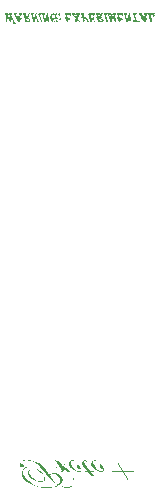
<source format=gbr>
%TF.GenerationSoftware,KiCad,Pcbnew,9.0.1*%
%TF.CreationDate,2025-05-07T00:25:03-04:00*%
%TF.ProjectId,protoplus,70726f74-6f70-46c7-9573-2e6b69636164,rev?*%
%TF.SameCoordinates,Original*%
%TF.FileFunction,Legend,Bot*%
%TF.FilePolarity,Positive*%
%FSLAX46Y46*%
G04 Gerber Fmt 4.6, Leading zero omitted, Abs format (unit mm)*
G04 Created by KiCad (PCBNEW 9.0.1) date 2025-05-07 00:25:03*
%MOMM*%
%LPD*%
G01*
G04 APERTURE LIST*
%ADD10C,0.500000*%
%ADD11C,0.160000*%
%ADD12R,1.524000X0.800000*%
%ADD13C,1.524000*%
%ADD14R,1.524000X0.600000*%
%ADD15C,2.200000*%
G04 APERTURE END LIST*
D10*
G36*
X155027608Y-92255377D02*
G01*
X155020685Y-92163397D01*
X154998299Y-92056472D01*
X154962256Y-91964842D01*
X154937665Y-91947784D01*
X154917882Y-91953279D01*
X154911287Y-91969766D01*
X154915684Y-91986710D01*
X154956646Y-92108615D01*
X154970638Y-92242096D01*
X154952581Y-92378689D01*
X154901537Y-92490650D01*
X154818597Y-92583426D01*
X154708763Y-92653937D01*
X154577032Y-92697065D01*
X154417062Y-92712264D01*
X154196568Y-92694012D01*
X153967709Y-92637448D01*
X153726465Y-92537936D01*
X153865136Y-92426901D01*
X153957864Y-92313721D01*
X154011576Y-92196575D01*
X154029448Y-92072500D01*
X154016310Y-91965976D01*
X153977440Y-91867515D01*
X153911917Y-91774930D01*
X153816591Y-91686749D01*
X153665385Y-91595002D01*
X153501030Y-91540968D01*
X153318519Y-91522649D01*
X153205515Y-91531765D01*
X153077268Y-91561117D01*
X152970778Y-91605643D01*
X152947941Y-91637595D01*
X152970289Y-91652250D01*
X153006010Y-91641259D01*
X153134139Y-91595793D01*
X153259168Y-91581267D01*
X153403989Y-91599235D01*
X153534421Y-91653006D01*
X153655391Y-91747199D01*
X153746897Y-91864162D01*
X153802011Y-91994977D01*
X153820987Y-92143636D01*
X153802497Y-92270422D01*
X153747632Y-92386188D01*
X153653925Y-92494277D01*
X153458313Y-92349515D01*
X153253953Y-92147563D01*
X153039818Y-91876368D01*
X152815684Y-91522038D01*
X152642249Y-91241012D01*
X152495552Y-91043184D01*
X152372016Y-90910668D01*
X152228149Y-90795672D01*
X152042115Y-90682725D01*
X151806716Y-90572086D01*
X151513936Y-90469918D01*
X151260580Y-90414099D01*
X151039733Y-90396842D01*
X150859244Y-90409483D01*
X150707390Y-90445189D01*
X150578847Y-90502172D01*
X150473390Y-90581520D01*
X150414238Y-90668288D01*
X150394565Y-90766259D01*
X150410773Y-90849035D01*
X150458496Y-90918758D01*
X150530018Y-90967468D01*
X150611453Y-90983025D01*
X150684724Y-90969563D01*
X150726498Y-90932524D01*
X150742428Y-90863956D01*
X150731357Y-90808912D01*
X150698831Y-90763206D01*
X150649822Y-90731745D01*
X150590937Y-90721379D01*
X150527729Y-90732540D01*
X150493630Y-90762490D01*
X150482676Y-90817092D01*
X150480295Y-90848996D01*
X150463114Y-90835648D01*
X150453367Y-90764885D01*
X150470818Y-90680745D01*
X150523578Y-90605818D01*
X150618414Y-90536823D01*
X150733240Y-90487744D01*
X150870635Y-90456737D01*
X151035703Y-90445690D01*
X151251731Y-90462591D01*
X151456479Y-90512942D01*
X151653479Y-90598015D01*
X151845368Y-90721379D01*
X151995364Y-90845909D01*
X152117210Y-90968523D01*
X152653934Y-91631795D01*
X152876023Y-91888506D01*
X153142297Y-92153864D01*
X153418944Y-92391762D01*
X153614358Y-92525266D01*
X153453609Y-92613781D01*
X153251529Y-92681345D01*
X152999102Y-92725495D01*
X152685441Y-92741573D01*
X152402183Y-92727038D01*
X152135244Y-92684234D01*
X151882058Y-92613651D01*
X151640418Y-92514824D01*
X151408550Y-92386346D01*
X151185179Y-92225915D01*
X150977581Y-92039519D01*
X150830526Y-91869482D01*
X150733894Y-91713275D01*
X150679683Y-91568096D01*
X150662378Y-91430905D01*
X150679541Y-91311090D01*
X150728196Y-91213359D01*
X150808007Y-91132623D01*
X150912488Y-91072996D01*
X151042075Y-91035542D01*
X151203681Y-91022103D01*
X151397540Y-91039942D01*
X151600544Y-91095660D01*
X151817089Y-91194886D01*
X152051081Y-91346031D01*
X152224680Y-91489641D01*
X152347666Y-91622318D01*
X152428632Y-91745871D01*
X152474240Y-91862446D01*
X152488887Y-91974498D01*
X152475731Y-92064373D01*
X152440306Y-92128572D01*
X152384348Y-92173903D01*
X152303720Y-92203069D01*
X152189384Y-92214009D01*
X152048391Y-92199208D01*
X151895900Y-92152060D01*
X151727431Y-92065994D01*
X151538904Y-91931603D01*
X151372783Y-91777741D01*
X151266981Y-91640628D01*
X151209289Y-91516792D01*
X151191224Y-91402359D01*
X151203139Y-91346983D01*
X151238669Y-91300082D01*
X151290901Y-91267735D01*
X151349311Y-91257340D01*
X151381438Y-91251381D01*
X151389977Y-91237037D01*
X151381147Y-91224180D01*
X151345097Y-91218414D01*
X151281984Y-91226661D01*
X151225971Y-91251319D01*
X151174738Y-91294740D01*
X151123565Y-91377839D01*
X151105678Y-91481127D01*
X151125103Y-91607287D01*
X151185344Y-91734945D01*
X151292799Y-91867418D01*
X151457938Y-92007165D01*
X151644636Y-92124029D01*
X151825683Y-92202683D01*
X152003568Y-92248012D01*
X152181324Y-92262857D01*
X152319100Y-92250014D01*
X152415731Y-92215913D01*
X152482305Y-92163273D01*
X152524154Y-92089271D01*
X152539628Y-91986252D01*
X152524170Y-91862485D01*
X152476400Y-91735495D01*
X152392382Y-91602881D01*
X152265948Y-91462579D01*
X152089000Y-91312905D01*
X151848199Y-91155181D01*
X151622344Y-91051062D01*
X151407634Y-90992216D01*
X151199651Y-90973255D01*
X151015193Y-90990379D01*
X150864232Y-91038785D01*
X150739314Y-91117511D01*
X150645155Y-91221718D01*
X150587134Y-91348137D01*
X150566573Y-91503109D01*
X150582952Y-91654581D01*
X150632249Y-91802120D01*
X150716268Y-91947921D01*
X150838795Y-92093741D01*
X151005416Y-92240822D01*
X151223281Y-92389863D01*
X151495001Y-92535675D01*
X151774022Y-92647284D01*
X152062159Y-92726538D01*
X152361634Y-92774300D01*
X152675000Y-92790422D01*
X152977684Y-92775122D01*
X153244046Y-92731401D01*
X153479195Y-92661579D01*
X153687447Y-92566634D01*
X153881609Y-92655158D01*
X154065919Y-92715221D01*
X154242362Y-92749853D01*
X154413032Y-92761113D01*
X154590823Y-92744629D01*
X154737049Y-92697942D01*
X154858714Y-92621894D01*
X154951174Y-92521400D01*
X155007701Y-92401133D01*
X155027608Y-92255377D01*
G37*
G36*
X154707955Y-91012334D02*
G01*
X154691425Y-90988905D01*
X154583391Y-90888533D01*
X154470640Y-90804942D01*
X154373130Y-90761638D01*
X154285903Y-90748551D01*
X154214355Y-90758435D01*
X154166504Y-90785328D01*
X154136058Y-90830616D01*
X154124337Y-90902272D01*
X154143937Y-91007907D01*
X154037218Y-90921680D01*
X153949398Y-90833121D01*
X153668396Y-90455307D01*
X153537971Y-90462329D01*
X153402050Y-90454849D01*
X153744234Y-90913721D01*
X153911371Y-91152559D01*
X153980146Y-91276209D01*
X153995377Y-91331223D01*
X153984333Y-91363904D01*
X153954161Y-91373813D01*
X153888163Y-91352185D01*
X153764118Y-91255109D01*
X153542917Y-91013250D01*
X153521220Y-90992679D01*
X153504448Y-90987452D01*
X153491259Y-91003022D01*
X153500785Y-91019356D01*
X153537238Y-91061640D01*
X153770140Y-91296319D01*
X153900997Y-91391477D01*
X153970464Y-91412892D01*
X154044059Y-91401916D01*
X154094445Y-91371445D01*
X154127379Y-91318680D01*
X154140274Y-91233374D01*
X154125180Y-91148565D01*
X154072187Y-91036246D01*
X153966251Y-90887465D01*
X154070785Y-90985517D01*
X154164454Y-91056755D01*
X154253733Y-91197611D01*
X154359176Y-91310005D01*
X154442892Y-91372149D01*
X154512040Y-91403614D01*
X154570935Y-91412892D01*
X154623750Y-91399665D01*
X154640361Y-91362212D01*
X154620576Y-91313486D01*
X154540289Y-91239470D01*
X154352765Y-91126212D01*
X154217760Y-91056908D01*
X154194862Y-91041032D01*
X154173016Y-90967930D01*
X154166835Y-90915247D01*
X154183104Y-90833561D01*
X154223577Y-90792068D01*
X154290117Y-90777861D01*
X154384870Y-90796058D01*
X154496682Y-90859330D01*
X154633949Y-90988978D01*
X154689820Y-91027446D01*
X154707955Y-91012334D01*
G37*
G36*
X154946691Y-90451407D02*
G01*
X155063948Y-90502111D01*
X155196886Y-90598960D01*
X155349825Y-90757863D01*
X155398747Y-90743847D01*
X155460650Y-90738782D01*
X155557147Y-90752868D01*
X155667319Y-90799765D01*
X155796973Y-90890518D01*
X155900112Y-90987218D01*
X155919522Y-91022103D01*
X155905417Y-91033858D01*
X155867864Y-91008060D01*
X155779955Y-90916493D01*
X155668745Y-90838463D01*
X155547989Y-90783456D01*
X155456620Y-90768091D01*
X155409696Y-90772538D01*
X155373089Y-90784883D01*
X155520037Y-90973893D01*
X155595795Y-91126795D01*
X155618187Y-91252302D01*
X155605415Y-91326102D01*
X155571815Y-91373488D01*
X155517965Y-91402195D01*
X155436104Y-91412892D01*
X155314096Y-91397600D01*
X155156865Y-91344524D01*
X154953053Y-91239327D01*
X154753884Y-91101337D01*
X154627759Y-90972135D01*
X154558674Y-90849043D01*
X154536680Y-90727943D01*
X154546807Y-90650799D01*
X154573923Y-90588267D01*
X154714550Y-90588267D01*
X154727639Y-90682470D01*
X154770874Y-90793977D01*
X154852124Y-90927249D01*
X154981446Y-91086980D01*
X155133619Y-91237770D01*
X155254902Y-91326470D01*
X155352075Y-91370742D01*
X155432074Y-91383583D01*
X155512191Y-91368601D01*
X155558211Y-91327099D01*
X155575872Y-91249707D01*
X155568833Y-91180791D01*
X155550043Y-91129876D01*
X155534556Y-91148578D01*
X155503881Y-91155216D01*
X155430438Y-91135823D01*
X155343597Y-91064541D01*
X155281158Y-90971949D01*
X155262264Y-90888228D01*
X155276079Y-90831104D01*
X155320150Y-90774808D01*
X155173944Y-90626120D01*
X155048989Y-90535992D01*
X154940761Y-90489173D01*
X154843876Y-90475000D01*
X154771068Y-90488011D01*
X154730039Y-90523435D01*
X154714550Y-90588267D01*
X154573923Y-90588267D01*
X154576266Y-90582863D01*
X154625340Y-90522016D01*
X154689973Y-90473387D01*
X154760526Y-90445354D01*
X154839663Y-90435921D01*
X154946691Y-90451407D01*
G37*
G36*
X156682109Y-91412892D02*
G01*
X156660310Y-91373813D01*
X156391399Y-91373813D01*
X155936374Y-90730386D01*
X155870225Y-90618153D01*
X155853027Y-90546441D01*
X155863402Y-90506250D01*
X155891686Y-90483571D01*
X155943519Y-90475000D01*
X156018539Y-90492559D01*
X156133414Y-90561828D01*
X156308594Y-90718200D01*
X156567803Y-91008365D01*
X156597112Y-91027446D01*
X156610640Y-91023541D01*
X156615247Y-91011571D01*
X156593632Y-90982261D01*
X156505521Y-90881816D01*
X156281009Y-90645637D01*
X156119128Y-90513782D01*
X156003953Y-90452412D01*
X155920987Y-90435921D01*
X155830033Y-90450795D01*
X155755757Y-90495150D01*
X155706554Y-90561020D01*
X155689628Y-90643374D01*
X155713112Y-90750213D01*
X155798988Y-90901203D01*
X156138058Y-91373813D01*
X155929047Y-91373813D01*
X155956525Y-91412892D01*
X156161505Y-91412892D01*
X156401840Y-91745826D01*
X156521275Y-91731324D01*
X156652433Y-91747963D01*
X156414846Y-91412892D01*
X156682109Y-91412892D01*
G37*
G36*
X156854716Y-90451407D02*
G01*
X156971973Y-90502111D01*
X157104911Y-90598960D01*
X157257850Y-90757863D01*
X157306772Y-90743847D01*
X157368676Y-90738782D01*
X157465172Y-90752868D01*
X157575344Y-90799765D01*
X157704998Y-90890518D01*
X157808137Y-90987218D01*
X157827547Y-91022103D01*
X157813442Y-91033858D01*
X157775889Y-91008060D01*
X157687980Y-90916493D01*
X157576770Y-90838463D01*
X157456014Y-90783456D01*
X157364646Y-90768091D01*
X157317721Y-90772538D01*
X157281115Y-90784883D01*
X157428062Y-90973893D01*
X157503820Y-91126795D01*
X157526212Y-91252302D01*
X157513440Y-91326102D01*
X157479840Y-91373488D01*
X157425990Y-91402195D01*
X157344129Y-91412892D01*
X157222121Y-91397600D01*
X157064890Y-91344524D01*
X156861078Y-91239327D01*
X156661909Y-91101337D01*
X156535784Y-90972135D01*
X156466699Y-90849043D01*
X156444705Y-90727943D01*
X156454832Y-90650799D01*
X156481948Y-90588267D01*
X156622575Y-90588267D01*
X156635664Y-90682470D01*
X156678899Y-90793977D01*
X156760149Y-90927249D01*
X156889471Y-91086980D01*
X157041645Y-91237770D01*
X157162927Y-91326470D01*
X157260100Y-91370742D01*
X157340099Y-91383583D01*
X157420216Y-91368601D01*
X157466236Y-91327099D01*
X157483897Y-91249707D01*
X157476859Y-91180791D01*
X157458068Y-91129876D01*
X157442581Y-91148578D01*
X157411907Y-91155216D01*
X157338463Y-91135823D01*
X157251622Y-91064541D01*
X157189183Y-90971949D01*
X157170289Y-90888228D01*
X157184104Y-90831104D01*
X157228175Y-90774808D01*
X157081969Y-90626120D01*
X156957014Y-90535992D01*
X156848786Y-90489173D01*
X156751901Y-90475000D01*
X156679093Y-90488011D01*
X156638064Y-90523435D01*
X156622575Y-90588267D01*
X156481948Y-90588267D01*
X156484291Y-90582863D01*
X156533365Y-90522016D01*
X156597998Y-90473387D01*
X156668551Y-90445354D01*
X156747688Y-90435921D01*
X156854716Y-90451407D01*
G37*
G36*
X160113477Y-91382667D02*
G01*
X160087162Y-91359714D01*
X159982868Y-91348015D01*
X159185110Y-91348015D01*
X158842376Y-90736645D01*
X158796732Y-90673744D01*
X158769469Y-90660624D01*
X158754448Y-90664440D01*
X158733937Y-90688245D01*
X158755914Y-90754658D01*
X159092236Y-91348015D01*
X158253079Y-91348015D01*
X158194792Y-91358960D01*
X158185851Y-91384499D01*
X158212539Y-91408806D01*
X158316460Y-91420983D01*
X159130521Y-91420983D01*
X159469225Y-92026857D01*
X159524337Y-92098549D01*
X159556420Y-92106236D01*
X159580258Y-92081944D01*
X159559717Y-92015714D01*
X159223578Y-91420983D01*
X160038189Y-91420983D01*
X160103170Y-91409306D01*
X160113477Y-91382667D01*
G37*
D11*
G36*
X150071481Y-53547085D02*
G01*
X150015427Y-53488495D01*
X149969654Y-53432632D01*
X149933041Y-53379241D01*
X149879329Y-53281400D01*
X149796066Y-53104028D01*
X149642239Y-52759353D01*
X149643888Y-52717441D01*
X149695545Y-52654768D01*
X149459332Y-52654768D01*
X149539749Y-52717538D01*
X149520102Y-53062995D01*
X149369527Y-52724621D01*
X149434831Y-52611000D01*
X149175354Y-52611000D01*
X149165874Y-52626631D01*
X149404423Y-52626631D01*
X149349056Y-52721153D01*
X149517217Y-53097482D01*
X149513691Y-53156052D01*
X149333394Y-52750560D01*
X149334768Y-52717392D01*
X149383220Y-52654768D01*
X149146502Y-52654768D01*
X149229530Y-52717587D01*
X149195687Y-53290288D01*
X149131939Y-53361314D01*
X149384593Y-53361314D01*
X149299872Y-53290239D01*
X149326204Y-52845424D01*
X149354094Y-52906191D01*
X149330829Y-53283547D01*
X149386608Y-53329025D01*
X149398744Y-53318229D01*
X149348461Y-53277147D01*
X149368565Y-52939506D01*
X149556922Y-53361314D01*
X149606290Y-53361314D01*
X149635736Y-52849820D01*
X149661290Y-52906191D01*
X149634454Y-53361314D01*
X149651398Y-53361314D01*
X149675716Y-52939506D01*
X149756499Y-53119025D01*
X149823907Y-53279151D01*
X149844701Y-53345193D01*
X149846731Y-53373050D01*
X149841796Y-53396939D01*
X149830105Y-53418127D01*
X149810629Y-53437371D01*
X149876519Y-53461305D01*
X149949802Y-53493400D01*
X150018822Y-53528862D01*
X150063100Y-53556903D01*
X150071481Y-53547085D01*
G37*
G36*
X150093600Y-53505661D02*
G01*
X150045432Y-53454759D01*
X150001514Y-53400042D01*
X149961709Y-53341334D01*
X149905338Y-53240340D01*
X149832886Y-53087127D01*
X149675532Y-52733707D01*
X149749126Y-52611000D01*
X149488641Y-52611000D01*
X149477284Y-52626631D01*
X149715604Y-52626631D01*
X149655566Y-52727992D01*
X149819651Y-53096163D01*
X149892396Y-53249177D01*
X149947466Y-53347782D01*
X149986040Y-53404807D01*
X150030632Y-53461217D01*
X150081647Y-53517092D01*
X150093600Y-53505661D01*
G37*
G36*
X150149699Y-52628683D02*
G01*
X150123497Y-52680916D01*
X150113475Y-52707866D01*
X150110584Y-52732719D01*
X150114025Y-52765508D01*
X150124753Y-52803258D01*
X150145933Y-52852212D01*
X150180840Y-52915082D01*
X150183359Y-52910637D01*
X150210396Y-52853654D01*
X150229658Y-52806931D01*
X150236528Y-52788466D01*
X150274728Y-52835807D01*
X150315635Y-52878001D01*
X150359351Y-52915326D01*
X150363473Y-52894272D01*
X150358985Y-52889387D01*
X150292287Y-52822712D01*
X150245824Y-52767022D01*
X150259792Y-52762821D01*
X150304836Y-52817434D01*
X150365534Y-52877615D01*
X150389302Y-52720811D01*
X150304809Y-52654768D01*
X150565981Y-52654768D01*
X150500997Y-52720909D01*
X150463078Y-52989185D01*
X150490573Y-53000429D01*
X150534382Y-53004914D01*
X150557417Y-53003595D01*
X150543796Y-53057417D01*
X150538412Y-53121223D01*
X150513408Y-53100071D01*
X150493853Y-53084684D01*
X150487625Y-53080043D01*
X150457720Y-53280567D01*
X150521742Y-53345438D01*
X150507042Y-53352863D01*
X150439631Y-53285012D01*
X150471825Y-53070030D01*
X150452225Y-53059381D01*
X150416871Y-53294782D01*
X150483640Y-53361314D01*
X150246099Y-53361314D01*
X150288185Y-53297468D01*
X150181756Y-53096017D01*
X150162109Y-53118591D01*
X150139395Y-53139736D01*
X150127076Y-53125570D01*
X150131885Y-53120637D01*
X150166415Y-53081802D01*
X150170536Y-53077210D01*
X150158217Y-53055619D01*
X150137060Y-53078920D01*
X150119016Y-53101976D01*
X150110773Y-53112577D01*
X150082401Y-53063134D01*
X150049794Y-53018152D01*
X150189129Y-53018152D01*
X150311037Y-53243198D01*
X150316166Y-53206122D01*
X150218398Y-53025724D01*
X150237673Y-53025724D01*
X150321249Y-53179939D01*
X150349780Y-52983519D01*
X150316692Y-52954393D01*
X150289284Y-52926806D01*
X150286765Y-52932960D01*
X150256540Y-52994705D01*
X150241016Y-53019715D01*
X150237673Y-53025724D01*
X150218398Y-53025724D01*
X150215645Y-53020644D01*
X150249760Y-52969723D01*
X150276461Y-52913958D01*
X150270279Y-52907510D01*
X150261395Y-52898131D01*
X150256769Y-52893491D01*
X150253976Y-52899011D01*
X150237856Y-52934084D01*
X150216244Y-52975457D01*
X150189129Y-53018152D01*
X150049794Y-53018152D01*
X150047209Y-53014586D01*
X150080685Y-53007975D01*
X150103786Y-52997948D01*
X150119154Y-52985326D01*
X150116040Y-52978585D01*
X150067336Y-52883580D01*
X150026328Y-52814693D01*
X149991980Y-52766778D01*
X149952652Y-52724555D01*
X149906193Y-52687237D01*
X149851799Y-52654768D01*
X150111643Y-52654768D01*
X150103080Y-52667713D01*
X150082664Y-52701472D01*
X150073999Y-52722667D01*
X150071385Y-52743975D01*
X150074457Y-52773079D01*
X150083376Y-52803890D01*
X150102438Y-52847427D01*
X150129870Y-52903505D01*
X150155286Y-52953086D01*
X150170628Y-52930518D01*
X150130259Y-52854212D01*
X150107238Y-52800254D01*
X150096622Y-52763309D01*
X150093081Y-52730906D01*
X150095615Y-52704984D01*
X150104618Y-52678383D01*
X150125748Y-52635863D01*
X150130786Y-52626631D01*
X149875522Y-52626631D01*
X149885047Y-52611000D01*
X150158950Y-52611000D01*
X150149699Y-52628683D01*
G37*
G36*
X150540335Y-52719394D02*
G01*
X150504477Y-52961683D01*
X150513499Y-52964272D01*
X150552609Y-52960658D01*
X150592313Y-52955577D01*
X150606693Y-52952939D01*
X150584288Y-53037706D01*
X150577430Y-53091963D01*
X150560943Y-53104614D01*
X150566182Y-53048182D01*
X150581322Y-52983714D01*
X150584162Y-52974091D01*
X150527421Y-52979904D01*
X150505579Y-52978188D01*
X150485426Y-52973163D01*
X150524398Y-52711969D01*
X150595611Y-52626631D01*
X150330134Y-52626631D01*
X150339018Y-52611000D01*
X150633346Y-52611000D01*
X150540335Y-52719394D01*
G37*
G36*
X151071335Y-52570455D02*
G01*
X151153400Y-52615551D01*
X151232489Y-52648222D01*
X151242839Y-52651642D01*
X151211960Y-52690214D01*
X151181621Y-52740536D01*
X151151980Y-52804782D01*
X151128065Y-52871465D01*
X151110121Y-52938586D01*
X151097988Y-53006380D01*
X151150707Y-53024451D01*
X151195854Y-53048145D01*
X151234412Y-53077259D01*
X151267195Y-53112845D01*
X151289241Y-53150346D01*
X151301869Y-53190441D01*
X151304820Y-53228670D01*
X151298497Y-53262036D01*
X151283150Y-53292109D01*
X151257539Y-53319890D01*
X151226841Y-53341001D01*
X151189758Y-53356854D01*
X151145038Y-53367038D01*
X151091164Y-53370692D01*
X151023844Y-53366074D01*
X150956126Y-53352083D01*
X150887500Y-53328305D01*
X150817490Y-53294049D01*
X150824130Y-53291167D01*
X150865621Y-53266303D01*
X150816708Y-53015173D01*
X150919431Y-53015173D01*
X150976400Y-53307336D01*
X151017627Y-53321788D01*
X151067671Y-53326924D01*
X151109513Y-53322146D01*
X151142114Y-53308937D01*
X151167597Y-53287943D01*
X151185549Y-53260081D01*
X151193401Y-53227915D01*
X151190907Y-53189367D01*
X151177559Y-53147705D01*
X151154970Y-53111717D01*
X151122122Y-53080434D01*
X151083224Y-53056651D01*
X151031545Y-53035880D01*
X150964173Y-53018983D01*
X150960647Y-53018299D01*
X151010335Y-53273337D01*
X151034649Y-53278256D01*
X151064053Y-53280030D01*
X151100866Y-53276694D01*
X151128213Y-53267769D01*
X151153680Y-53251068D01*
X151188434Y-53218090D01*
X151176346Y-53245416D01*
X151159048Y-53266368D01*
X151135944Y-53281879D01*
X151105620Y-53291954D01*
X151066022Y-53295661D01*
X151028416Y-53293316D01*
X150996917Y-53286771D01*
X150944481Y-53017664D01*
X150919431Y-53015173D01*
X150816708Y-53015173D01*
X150813597Y-52999199D01*
X150789646Y-52998662D01*
X150753788Y-52999248D01*
X150750857Y-52993484D01*
X150739134Y-52968815D01*
X150720999Y-52929736D01*
X150729746Y-52932960D01*
X150774318Y-52944125D01*
X150803980Y-52947175D01*
X150798943Y-52921432D01*
X150795645Y-52920602D01*
X150767710Y-52913421D01*
X150729242Y-52900281D01*
X150732310Y-52886261D01*
X150738172Y-52888508D01*
X150793585Y-52904335D01*
X150795691Y-52904628D01*
X150760200Y-52722667D01*
X150679416Y-52654768D01*
X150908028Y-52654768D01*
X150862324Y-52722130D01*
X150909768Y-52965542D01*
X150914485Y-52966422D01*
X150995772Y-52978756D01*
X151034607Y-52987475D01*
X151035431Y-52982688D01*
X151037354Y-52966715D01*
X151038957Y-52959632D01*
X150995692Y-52945264D01*
X150939993Y-52935501D01*
X150928086Y-52933644D01*
X150884580Y-52710406D01*
X150939352Y-52626631D01*
X150701215Y-52626631D01*
X150708222Y-52611000D01*
X150971088Y-52611000D01*
X150901479Y-52714949D01*
X150941229Y-52918745D01*
X150944344Y-52919136D01*
X151001469Y-52932018D01*
X151041247Y-52946540D01*
X151041842Y-52942974D01*
X151056163Y-52844370D01*
X151063199Y-52725747D01*
X151061443Y-52584035D01*
X151060435Y-52563568D01*
X151071335Y-52570455D01*
G37*
G36*
X151090431Y-52534796D02*
G01*
X151167791Y-52576854D01*
X151247021Y-52611080D01*
X151328385Y-52637671D01*
X151285150Y-52677108D01*
X151250383Y-52717930D01*
X151223193Y-52760281D01*
X151188822Y-52833926D01*
X151166292Y-52906729D01*
X151154774Y-52979415D01*
X151218084Y-53010809D01*
X151265768Y-53045668D01*
X151300581Y-53083693D01*
X151324521Y-53125159D01*
X151338689Y-53170902D01*
X151342740Y-53210058D01*
X151339224Y-53243659D01*
X151328866Y-53273031D01*
X151311532Y-53299178D01*
X151325088Y-53256131D01*
X151329847Y-53217624D01*
X151326919Y-53182528D01*
X151312350Y-53135994D01*
X151287608Y-53094009D01*
X151251500Y-53055692D01*
X151201854Y-53020788D01*
X151135677Y-52989674D01*
X151137005Y-52979073D01*
X151157295Y-52884582D01*
X151183967Y-52805804D01*
X151216272Y-52740530D01*
X151253828Y-52686893D01*
X151296649Y-52643435D01*
X151223421Y-52618592D01*
X151149241Y-52584968D01*
X151073807Y-52541976D01*
X151084295Y-52530937D01*
X151090431Y-52534796D01*
G37*
G36*
X152055297Y-53361314D02*
G01*
X151993356Y-53325074D01*
X151964714Y-53299764D01*
X151946077Y-53270456D01*
X151929504Y-53229978D01*
X151915621Y-53175494D01*
X151908706Y-53140030D01*
X151814138Y-52654768D01*
X151727127Y-52654768D01*
X151590061Y-53153023D01*
X151533137Y-52861006D01*
X151527824Y-52836338D01*
X151518436Y-52757399D01*
X151521754Y-52722733D01*
X151531682Y-52696733D01*
X151547700Y-52677238D01*
X151555073Y-52668641D01*
X151532425Y-52682513D01*
X151516397Y-52703508D01*
X151506433Y-52733484D01*
X151503720Y-52775780D01*
X151510972Y-52834775D01*
X151521505Y-52886457D01*
X151579894Y-53186143D01*
X151565789Y-53237092D01*
X151505476Y-52927538D01*
X151488170Y-52824113D01*
X151483026Y-52763361D01*
X151485006Y-52731167D01*
X151492078Y-52710910D01*
X151505266Y-52693112D01*
X151525847Y-52677317D01*
X151555989Y-52663707D01*
X151591801Y-52611000D01*
X151316386Y-52611000D01*
X151309380Y-52626631D01*
X151560019Y-52626631D01*
X151542067Y-52654768D01*
X151309288Y-52656331D01*
X151350922Y-52676434D01*
X151381052Y-52698457D01*
X151401978Y-52722179D01*
X151417504Y-52750812D01*
X151433343Y-52795387D01*
X151448965Y-52861153D01*
X151534190Y-53298690D01*
X151477541Y-53361314D01*
X151739858Y-53361314D01*
X151654999Y-53307140D01*
X151794767Y-52796917D01*
X151806353Y-52856415D01*
X151684399Y-53299911D01*
X151766831Y-53353058D01*
X151776082Y-53340211D01*
X151704641Y-53294098D01*
X151813405Y-52892612D01*
X151862223Y-53142863D01*
X151867856Y-53171781D01*
X151878302Y-53236739D01*
X151880705Y-53276015D01*
X151878343Y-53297810D01*
X151869728Y-53316240D01*
X151850409Y-53337120D01*
X151815558Y-53361314D01*
X152055297Y-53361314D01*
G37*
G36*
X152061938Y-53321600D02*
G01*
X152047054Y-53301572D01*
X152021248Y-53292635D01*
X152001957Y-53280577D01*
X151987886Y-53265619D01*
X151972200Y-53234277D01*
X151957020Y-53177106D01*
X151846699Y-52611000D01*
X151736744Y-52611000D01*
X151731615Y-52626631D01*
X151833235Y-52626631D01*
X151939618Y-53172318D01*
X151952203Y-53223664D01*
X151965561Y-53258251D01*
X151979139Y-53280323D01*
X151997477Y-53297342D01*
X152024222Y-53311319D01*
X152061938Y-53321600D01*
G37*
G36*
X152103886Y-53361314D02*
G01*
X152348664Y-53361314D01*
X152264354Y-53284670D01*
X152153346Y-52715096D01*
X152206926Y-52654768D01*
X151965492Y-52654768D01*
X152050672Y-52720469D01*
X152161909Y-53291118D01*
X152103886Y-53361314D01*
G37*
G36*
X152363089Y-53328292D02*
G01*
X152300624Y-53272653D01*
X152191768Y-52714070D01*
X152257393Y-52611000D01*
X151993382Y-52611000D01*
X151980742Y-52626631D01*
X152224741Y-52626631D01*
X152173541Y-52707866D01*
X152284916Y-53279248D01*
X152355121Y-53341921D01*
X152363089Y-53328292D01*
G37*
G36*
X153006379Y-53361314D02*
G01*
X152944438Y-53325074D01*
X152915795Y-53299764D01*
X152897159Y-53270456D01*
X152880586Y-53229978D01*
X152866703Y-53175494D01*
X152859788Y-53140030D01*
X152765220Y-52654768D01*
X152678208Y-52654768D01*
X152541142Y-53153023D01*
X152484218Y-52861006D01*
X152478906Y-52836338D01*
X152469518Y-52757399D01*
X152472835Y-52722733D01*
X152482764Y-52696733D01*
X152498781Y-52677238D01*
X152506154Y-52668641D01*
X152483506Y-52682513D01*
X152467479Y-52703508D01*
X152457515Y-52733484D01*
X152454802Y-52775780D01*
X152462053Y-52834775D01*
X152472586Y-52886457D01*
X152530976Y-53186143D01*
X152516871Y-53237092D01*
X152456558Y-52927538D01*
X152439251Y-52824113D01*
X152434108Y-52763361D01*
X152436087Y-52731167D01*
X152443159Y-52710910D01*
X152456348Y-52693112D01*
X152476929Y-52677317D01*
X152507070Y-52663707D01*
X152542882Y-52611000D01*
X152267468Y-52611000D01*
X152260461Y-52626631D01*
X152511100Y-52626631D01*
X152493148Y-52654768D01*
X152260370Y-52656331D01*
X152302004Y-52676434D01*
X152332134Y-52698457D01*
X152353060Y-52722179D01*
X152368585Y-52750812D01*
X152384425Y-52795387D01*
X152400046Y-52861153D01*
X152485272Y-53298690D01*
X152428623Y-53361314D01*
X152690939Y-53361314D01*
X152606080Y-53307140D01*
X152745848Y-52796917D01*
X152757434Y-52856415D01*
X152635481Y-53299911D01*
X152717913Y-53353058D01*
X152727164Y-53340211D01*
X152655723Y-53294098D01*
X152764487Y-52892612D01*
X152813305Y-53142863D01*
X152818938Y-53171781D01*
X152829384Y-53236739D01*
X152831787Y-53276015D01*
X152829425Y-53297810D01*
X152820810Y-53316240D01*
X152801491Y-53337120D01*
X152766639Y-53361314D01*
X153006379Y-53361314D01*
G37*
G36*
X153013019Y-53321600D02*
G01*
X152998136Y-53301572D01*
X152972330Y-53292635D01*
X152953039Y-53280577D01*
X152938968Y-53265619D01*
X152923282Y-53234277D01*
X152908102Y-53177106D01*
X152797780Y-52611000D01*
X152687825Y-52611000D01*
X152682696Y-52626631D01*
X152784316Y-52626631D01*
X152890700Y-53172318D01*
X152903285Y-53223664D01*
X152916643Y-53258251D01*
X152930221Y-53280323D01*
X152948558Y-53297342D01*
X152975304Y-53311319D01*
X153013019Y-53321600D01*
G37*
G36*
X153625718Y-53344656D02*
G01*
X153486454Y-53134070D01*
X153487149Y-53194193D01*
X153478793Y-53238018D01*
X153463418Y-53269674D01*
X153439775Y-53293895D01*
X153408453Y-53308952D01*
X153366927Y-53314419D01*
X153321870Y-53309491D01*
X153280576Y-53294961D01*
X153242090Y-53270553D01*
X153205773Y-53235138D01*
X153176080Y-53194133D01*
X153150065Y-53144333D01*
X153127970Y-53084383D01*
X153110289Y-53012681D01*
X153098713Y-52927225D01*
X153099331Y-52860915D01*
X153109403Y-52809762D01*
X153127230Y-52770410D01*
X153152330Y-52740343D01*
X153185505Y-52718168D01*
X153228713Y-52703809D01*
X153284816Y-52698536D01*
X153364317Y-52698536D01*
X153419180Y-52979904D01*
X153294708Y-52979904D01*
X153256440Y-52981201D01*
X153236181Y-52984154D01*
X153219825Y-52990942D01*
X153204216Y-53003351D01*
X153207467Y-53019813D01*
X153224907Y-53006723D01*
X153241264Y-52999883D01*
X153261133Y-52996862D01*
X153298600Y-52995535D01*
X153422202Y-52995535D01*
X153427103Y-53020546D01*
X153289579Y-53020546D01*
X153267001Y-53020546D01*
X153231092Y-53025507D01*
X153211435Y-53037653D01*
X153202258Y-53055949D01*
X153202842Y-53083561D01*
X153210443Y-53106053D01*
X153223770Y-53125082D01*
X153241003Y-53138387D01*
X153258163Y-53142472D01*
X153270521Y-53139606D01*
X153279962Y-53131090D01*
X153285250Y-53118855D01*
X153285045Y-53104175D01*
X153276273Y-53082983D01*
X153262193Y-53074035D01*
X153249599Y-53071202D01*
X153243600Y-53066708D01*
X153245427Y-53063088D01*
X153257293Y-53061188D01*
X153274329Y-53061188D01*
X153609186Y-53061188D01*
X153523273Y-52987036D01*
X153471204Y-52719883D01*
X153524693Y-52654768D01*
X153265399Y-52654768D01*
X153214794Y-52654768D01*
X153154331Y-52659537D01*
X153112258Y-52671865D01*
X153075883Y-52694674D01*
X153039306Y-52732584D01*
X153012159Y-52774156D01*
X152993497Y-52820850D01*
X152983222Y-52873764D01*
X152981937Y-52934321D01*
X152990900Y-53004182D01*
X153008537Y-53073575D01*
X153032357Y-53134790D01*
X153062124Y-53188792D01*
X153097866Y-53236354D01*
X153139873Y-53278027D01*
X153192467Y-53316777D01*
X153245411Y-53343472D01*
X153299323Y-53359199D01*
X153354975Y-53364440D01*
X153407328Y-53359728D01*
X153468777Y-53344363D01*
X153527380Y-53327607D01*
X153553544Y-53323798D01*
X153585442Y-53328514D01*
X153625718Y-53344656D01*
G37*
G36*
X153646143Y-53303623D02*
G01*
X153522907Y-53117022D01*
X153509397Y-53124447D01*
X153633366Y-53311830D01*
X153646143Y-53303623D01*
G37*
G36*
X153469006Y-53220239D02*
G01*
X153459572Y-53229813D01*
X153426023Y-53257286D01*
X153395052Y-53272209D01*
X153365599Y-53276903D01*
X153329317Y-53272170D01*
X153294109Y-53257777D01*
X153259125Y-53232646D01*
X153226579Y-53195471D01*
X153199270Y-53146526D01*
X153178433Y-53088562D01*
X153158603Y-53005794D01*
X153146694Y-52930485D01*
X153143081Y-52875375D01*
X153145460Y-52836094D01*
X153154881Y-52798910D01*
X153172271Y-52763704D01*
X153198537Y-52729848D01*
X153196705Y-52720665D01*
X153165832Y-52750409D01*
X153144290Y-52786260D01*
X153131447Y-52829499D01*
X153127281Y-52875850D01*
X153130143Y-52937151D01*
X153142300Y-53017078D01*
X153158240Y-53082562D01*
X153177878Y-53137272D01*
X153200765Y-53182666D01*
X153226656Y-53219995D01*
X153258562Y-53252580D01*
X153292170Y-53274877D01*
X153328035Y-53288074D01*
X153367019Y-53292535D01*
X153400843Y-53288229D01*
X153428504Y-53276011D01*
X153451425Y-53255950D01*
X153470288Y-53226833D01*
X153469006Y-53220239D01*
G37*
G36*
X153622833Y-53030511D02*
G01*
X153559772Y-52973749D01*
X153509947Y-52718027D01*
X153573786Y-52610951D01*
X153372743Y-52614126D01*
X153191714Y-52611000D01*
X153165702Y-52612074D01*
X153135744Y-52621809D01*
X153104336Y-52645389D01*
X153119036Y-52645389D01*
X153140164Y-52635715D01*
X153169127Y-52629122D01*
X153208108Y-52626631D01*
X153233800Y-52629757D01*
X153543332Y-52629757D01*
X153491628Y-52711383D01*
X153544156Y-52980881D01*
X153615963Y-53045996D01*
X153622833Y-53030511D01*
G37*
G36*
X153834225Y-53195619D02*
G01*
X153859253Y-53190165D01*
X153877502Y-53174370D01*
X153887524Y-53151404D01*
X153887073Y-53123079D01*
X153877106Y-53096169D01*
X153857901Y-53072814D01*
X153833070Y-53056925D01*
X153806793Y-53051809D01*
X153782234Y-53057224D01*
X153764066Y-53073009D01*
X153754031Y-53095938D01*
X153754403Y-53123763D01*
X153764500Y-53151177D01*
X153783667Y-53174614D01*
X153808422Y-53190530D01*
X153834225Y-53195619D01*
G37*
G36*
X153912444Y-53174712D02*
G01*
X153924443Y-53153490D01*
X153929540Y-53129742D01*
X153927602Y-53102221D01*
X153920245Y-53078551D01*
X153907638Y-53056703D01*
X153889134Y-53036275D01*
X153867311Y-53020150D01*
X153845756Y-53011017D01*
X153823921Y-53008041D01*
X153798062Y-53012036D01*
X153778128Y-53023290D01*
X153762646Y-53042088D01*
X153768829Y-53048292D01*
X153797392Y-53029276D01*
X153822318Y-53023672D01*
X153851814Y-53029428D01*
X153879929Y-53047364D01*
X153901684Y-53073732D01*
X153912993Y-53104175D01*
X153914164Y-53135466D01*
X153905162Y-53168655D01*
X153912444Y-53174712D01*
G37*
G36*
X153755594Y-52792325D02*
G01*
X153780622Y-52786871D01*
X153798871Y-52771076D01*
X153808928Y-52748107D01*
X153808488Y-52719785D01*
X153798495Y-52692871D01*
X153779316Y-52669520D01*
X153754485Y-52653631D01*
X153728208Y-52648515D01*
X153703649Y-52653930D01*
X153685481Y-52669715D01*
X153675423Y-52692647D01*
X153675818Y-52720469D01*
X153685906Y-52747887D01*
X153705036Y-52771321D01*
X153729791Y-52787236D01*
X153755594Y-52792325D01*
G37*
G36*
X153833721Y-52770344D02*
G01*
X153845757Y-52749594D01*
X153850893Y-52726037D01*
X153848925Y-52698341D01*
X153841578Y-52674835D01*
X153828988Y-52653132D01*
X153810503Y-52632835D01*
X153788689Y-52616798D01*
X153767133Y-52607710D01*
X153745290Y-52604747D01*
X153719368Y-52608676D01*
X153699373Y-52619726D01*
X153683832Y-52638110D01*
X153689969Y-52643630D01*
X153718681Y-52625697D01*
X153743733Y-52620378D01*
X153773222Y-52626156D01*
X153801344Y-52644168D01*
X153823107Y-52670620D01*
X153834362Y-52700881D01*
X153835480Y-52731933D01*
X153826394Y-52764970D01*
X153833721Y-52770344D01*
G37*
G36*
X154862426Y-53361314D02*
G01*
X154849787Y-53348222D01*
X154809158Y-53300677D01*
X154771316Y-53247272D01*
X154736260Y-53187559D01*
X154731543Y-53209834D01*
X154718706Y-53251495D01*
X154704456Y-53277629D01*
X154689273Y-53292681D01*
X154669615Y-53301662D01*
X154635497Y-53308492D01*
X154580555Y-53311293D01*
X154491024Y-53308655D01*
X154442802Y-53061188D01*
X154471928Y-53061188D01*
X154515159Y-53283009D01*
X154589622Y-53286282D01*
X154648883Y-53281862D01*
X154681259Y-53271579D01*
X154697369Y-53259340D01*
X154712555Y-53239116D01*
X154726780Y-53208418D01*
X154713728Y-53221411D01*
X154681545Y-53252582D01*
X154663948Y-53263958D01*
X154642963Y-53268486D01*
X154594614Y-53270651D01*
X154536866Y-53266450D01*
X154527203Y-53265473D01*
X154487361Y-53061188D01*
X154577166Y-53061188D01*
X154664040Y-53162598D01*
X154616550Y-52919039D01*
X154567778Y-53011167D01*
X154433047Y-53011167D01*
X154373925Y-52707915D01*
X154403051Y-52707915D01*
X154457914Y-52989283D01*
X154568419Y-52989283D01*
X154581654Y-52973651D01*
X154470279Y-52973651D01*
X154418484Y-52707915D01*
X154511915Y-52712654D01*
X154564618Y-52723742D01*
X154593313Y-52737410D01*
X154619634Y-52757917D01*
X154643936Y-52786122D01*
X154680206Y-52836191D01*
X154691151Y-52851921D01*
X154695648Y-52790810D01*
X154704569Y-52751000D01*
X154721216Y-52714216D01*
X154753570Y-52664147D01*
X154184011Y-52664147D01*
X154276106Y-52730434D01*
X154323459Y-52973407D01*
X154283397Y-52963720D01*
X154242904Y-52944391D01*
X154236905Y-52958752D01*
X154276188Y-52977772D01*
X154326527Y-52989136D01*
X154330832Y-53011167D01*
X154320573Y-53011167D01*
X154287896Y-53006996D01*
X154253364Y-52993878D01*
X154216114Y-52970281D01*
X154241228Y-53011803D01*
X154269853Y-53039416D01*
X154302498Y-53055631D01*
X154340586Y-53061188D01*
X154385512Y-53291802D01*
X154320573Y-53361314D01*
X154862426Y-53361314D01*
G37*
G36*
X154877493Y-53322967D02*
G01*
X154872364Y-53317350D01*
X154801437Y-53229860D01*
X154760485Y-53165919D01*
X154752517Y-53180525D01*
X154807358Y-53262173D01*
X154871402Y-53337427D01*
X154877493Y-53322967D01*
G37*
G36*
X154694311Y-53140567D02*
G01*
X154646454Y-52895152D01*
X154632670Y-52903993D01*
X154680481Y-53149408D01*
X154694311Y-53140567D01*
G37*
G36*
X154808433Y-52659799D02*
G01*
X154771980Y-52611000D01*
X154223166Y-52611000D01*
X154216114Y-52626631D01*
X154766485Y-52626631D01*
X154789153Y-52659750D01*
X154755308Y-52710515D01*
X154731819Y-52763284D01*
X154717941Y-52818752D01*
X154735847Y-52810741D01*
X154748738Y-52765089D01*
X154770202Y-52718215D01*
X154801381Y-52669569D01*
X154808433Y-52659799D01*
G37*
G36*
X155591491Y-53361314D02*
G01*
X155461478Y-53279932D01*
X155258512Y-53058306D01*
X155377076Y-52729213D01*
X155452731Y-52654768D01*
X155186292Y-52654768D01*
X155265473Y-52724426D01*
X155192246Y-52925584D01*
X155014330Y-52728090D01*
X155074597Y-52611000D01*
X154797076Y-52611000D01*
X154790665Y-52626631D01*
X155045563Y-52626631D01*
X154994730Y-52728578D01*
X155186750Y-52942535D01*
X155178690Y-52963540D01*
X154972748Y-52738592D01*
X155018543Y-52654768D01*
X154780544Y-52654768D01*
X154918388Y-52740057D01*
X155164036Y-53008480D01*
X155062461Y-53285696D01*
X154978747Y-53361314D01*
X155251688Y-53361314D01*
X155171363Y-53297029D01*
X155243124Y-53101635D01*
X155263778Y-53124349D01*
X155201725Y-53287113D01*
X155270602Y-53346659D01*
X155279715Y-53334984D01*
X155221784Y-53286136D01*
X155276189Y-53137734D01*
X155412110Y-53286771D01*
X155362788Y-53361314D01*
X155591491Y-53361314D01*
G37*
G36*
X155598040Y-53317643D02*
G01*
X155486986Y-53254237D01*
X155306826Y-53054349D01*
X155418155Y-52741523D01*
X155517211Y-52611000D01*
X155202046Y-52611000D01*
X155193803Y-52626631D01*
X155481490Y-52626631D01*
X155402630Y-52732828D01*
X155287409Y-53055131D01*
X155477964Y-53266059D01*
X155591262Y-53331272D01*
X155598040Y-53317643D01*
G37*
G36*
X155767392Y-52717001D02*
G01*
X155818591Y-52979904D01*
X155878995Y-52979904D01*
X155957135Y-52982564D01*
X156013259Y-52989458D01*
X156052148Y-52999150D01*
X156088670Y-53015028D01*
X156120315Y-53036011D01*
X156147678Y-53062214D01*
X156170248Y-53093110D01*
X156186761Y-53127195D01*
X156197458Y-53165040D01*
X156201506Y-53212965D01*
X156194557Y-53253027D01*
X156177447Y-53287432D01*
X156149189Y-53317594D01*
X156122597Y-53334253D01*
X156083675Y-53348007D01*
X156028565Y-53357628D01*
X155952726Y-53361314D01*
X155724573Y-53361314D01*
X155775223Y-53297273D01*
X155723145Y-53030316D01*
X155828437Y-53030316D01*
X155882659Y-53308655D01*
X155939583Y-53311293D01*
X155999867Y-53306385D01*
X156039580Y-53293968D01*
X156064651Y-53276366D01*
X156077715Y-53257986D01*
X156085696Y-53234359D01*
X156088107Y-53203825D01*
X156083518Y-53164210D01*
X156069836Y-53121397D01*
X156048088Y-53088170D01*
X156017802Y-53062800D01*
X155981578Y-53046020D01*
X155932920Y-53034703D01*
X155868508Y-53030462D01*
X155912884Y-53258145D01*
X155963351Y-53258145D01*
X156010431Y-53254934D01*
X156038913Y-53247154D01*
X156061276Y-53232445D01*
X156078389Y-53209736D01*
X156069470Y-53234369D01*
X156058007Y-53250976D01*
X156044088Y-53261418D01*
X156014613Y-53269945D01*
X155955245Y-53273777D01*
X155898917Y-53273777D01*
X155851472Y-53030316D01*
X155846068Y-53029925D01*
X155833063Y-53029925D01*
X155828437Y-53030316D01*
X155723145Y-53030316D01*
X155722421Y-53026603D01*
X155715643Y-53026799D01*
X155683049Y-53022827D01*
X155654038Y-53011199D01*
X155627718Y-52991654D01*
X155603581Y-52963051D01*
X155608115Y-52952256D01*
X155635332Y-52969194D01*
X155665754Y-52979480D01*
X155700210Y-52983030D01*
X155713445Y-52980344D01*
X155708682Y-52956066D01*
X155705705Y-52955675D01*
X155687799Y-52955675D01*
X155659982Y-52950957D01*
X155621854Y-52934084D01*
X155625197Y-52921286D01*
X155663105Y-52934926D01*
X155698744Y-52939262D01*
X155705293Y-52938578D01*
X155662932Y-52721300D01*
X155577615Y-52654768D01*
X155818362Y-52654768D01*
X155767392Y-52717001D01*
G37*
G36*
X155806639Y-52712946D02*
G01*
X155850556Y-52938383D01*
X155892047Y-52936136D01*
X155972769Y-52939327D01*
X156035213Y-52947875D01*
X156082642Y-52960432D01*
X156117957Y-52975947D01*
X156160914Y-53006415D01*
X156194480Y-53044606D01*
X156219611Y-53091438D01*
X156236338Y-53148627D01*
X156241471Y-53200365D01*
X156236109Y-53243833D01*
X156226346Y-53269848D01*
X156211951Y-53290205D01*
X156192603Y-53305822D01*
X156215558Y-53261257D01*
X156225576Y-53229227D01*
X156227964Y-53196786D01*
X156223240Y-53155856D01*
X156209438Y-53106515D01*
X156189525Y-53065618D01*
X156163653Y-53031841D01*
X156131420Y-53004328D01*
X156095119Y-52984106D01*
X156050653Y-52968619D01*
X155996451Y-52958537D01*
X155930699Y-52954893D01*
X155837093Y-52956603D01*
X155788320Y-52706303D01*
X155835444Y-52626631D01*
X155598727Y-52626631D01*
X155612557Y-52611000D01*
X155866951Y-52611000D01*
X155806639Y-52712946D01*
G37*
G36*
X156867171Y-53361314D02*
G01*
X156854532Y-53348222D01*
X156813903Y-53300677D01*
X156776061Y-53247272D01*
X156741005Y-53187559D01*
X156736288Y-53209834D01*
X156723451Y-53251495D01*
X156709201Y-53277629D01*
X156694019Y-53292681D01*
X156674360Y-53301662D01*
X156640242Y-53308492D01*
X156585300Y-53311293D01*
X156495770Y-53308655D01*
X156447547Y-53061188D01*
X156476673Y-53061188D01*
X156519904Y-53283009D01*
X156594368Y-53286282D01*
X156653628Y-53281862D01*
X156686004Y-53271579D01*
X156702114Y-53259340D01*
X156717301Y-53239116D01*
X156731525Y-53208418D01*
X156718473Y-53221411D01*
X156686290Y-53252582D01*
X156668694Y-53263958D01*
X156647708Y-53268486D01*
X156599359Y-53270651D01*
X156541611Y-53266450D01*
X156531948Y-53265473D01*
X156492106Y-53061188D01*
X156581911Y-53061188D01*
X156668785Y-53162598D01*
X156621295Y-52919039D01*
X156572523Y-53011167D01*
X156437793Y-53011167D01*
X156378671Y-52707915D01*
X156407796Y-52707915D01*
X156462660Y-52989283D01*
X156573164Y-52989283D01*
X156586399Y-52973651D01*
X156475024Y-52973651D01*
X156423230Y-52707915D01*
X156516660Y-52712654D01*
X156569363Y-52723742D01*
X156598058Y-52737410D01*
X156624380Y-52757917D01*
X156648681Y-52786122D01*
X156684951Y-52836191D01*
X156695896Y-52851921D01*
X156700394Y-52790810D01*
X156709314Y-52751000D01*
X156725962Y-52714216D01*
X156758316Y-52664147D01*
X156188756Y-52664147D01*
X156280851Y-52730434D01*
X156328204Y-52973407D01*
X156288142Y-52963720D01*
X156247650Y-52944391D01*
X156241650Y-52958752D01*
X156280934Y-52977772D01*
X156331272Y-52989136D01*
X156335577Y-53011167D01*
X156325319Y-53011167D01*
X156292642Y-53006996D01*
X156258109Y-52993878D01*
X156220859Y-52970281D01*
X156245973Y-53011803D01*
X156274599Y-53039416D01*
X156307243Y-53055631D01*
X156345331Y-53061188D01*
X156390257Y-53291802D01*
X156325319Y-53361314D01*
X156867171Y-53361314D01*
G37*
G36*
X156882238Y-53322967D02*
G01*
X156877109Y-53317350D01*
X156806182Y-53229860D01*
X156765231Y-53165919D01*
X156757262Y-53180525D01*
X156812104Y-53262173D01*
X156876147Y-53337427D01*
X156882238Y-53322967D01*
G37*
G36*
X156699056Y-53140567D02*
G01*
X156651200Y-52895152D01*
X156637415Y-52903993D01*
X156685226Y-53149408D01*
X156699056Y-53140567D01*
G37*
G36*
X156813179Y-52659799D02*
G01*
X156776725Y-52611000D01*
X156227912Y-52611000D01*
X156220859Y-52626631D01*
X156771230Y-52626631D01*
X156793899Y-52659750D01*
X156760053Y-52710515D01*
X156736565Y-52763284D01*
X156722687Y-52818752D01*
X156740593Y-52810741D01*
X156753483Y-52765089D01*
X156774947Y-52718215D01*
X156806126Y-52669569D01*
X156813179Y-52659799D01*
G37*
G36*
X157233582Y-52570455D02*
G01*
X157315647Y-52615551D01*
X157394736Y-52648222D01*
X157405086Y-52651642D01*
X157374207Y-52690214D01*
X157343868Y-52740536D01*
X157314228Y-52804782D01*
X157290312Y-52871465D01*
X157272369Y-52938586D01*
X157260235Y-53006380D01*
X157312954Y-53024451D01*
X157358101Y-53048145D01*
X157396659Y-53077259D01*
X157429442Y-53112845D01*
X157451488Y-53150346D01*
X157464116Y-53190441D01*
X157467067Y-53228670D01*
X157460744Y-53262036D01*
X157445397Y-53292109D01*
X157419786Y-53319890D01*
X157389088Y-53341001D01*
X157352005Y-53356854D01*
X157307285Y-53367038D01*
X157253411Y-53370692D01*
X157186091Y-53366074D01*
X157118373Y-53352083D01*
X157049747Y-53328305D01*
X156979737Y-53294049D01*
X156986377Y-53291167D01*
X157027868Y-53266303D01*
X156978955Y-53015173D01*
X157081678Y-53015173D01*
X157138647Y-53307336D01*
X157179874Y-53321788D01*
X157229918Y-53326924D01*
X157271760Y-53322146D01*
X157304361Y-53308937D01*
X157329844Y-53287943D01*
X157347796Y-53260081D01*
X157355648Y-53227915D01*
X157353154Y-53189367D01*
X157339806Y-53147705D01*
X157317217Y-53111717D01*
X157284369Y-53080434D01*
X157245471Y-53056651D01*
X157193792Y-53035880D01*
X157126420Y-53018983D01*
X157122894Y-53018299D01*
X157172582Y-53273337D01*
X157196896Y-53278256D01*
X157226300Y-53280030D01*
X157263113Y-53276694D01*
X157290460Y-53267769D01*
X157315927Y-53251068D01*
X157350681Y-53218090D01*
X157338593Y-53245416D01*
X157321295Y-53266368D01*
X157298191Y-53281879D01*
X157267867Y-53291954D01*
X157228269Y-53295661D01*
X157190663Y-53293316D01*
X157159164Y-53286771D01*
X157106728Y-53017664D01*
X157081678Y-53015173D01*
X156978955Y-53015173D01*
X156975844Y-52999199D01*
X156951893Y-52998662D01*
X156916035Y-52999248D01*
X156913104Y-52993484D01*
X156901381Y-52968815D01*
X156883246Y-52929736D01*
X156891993Y-52932960D01*
X156936565Y-52944125D01*
X156966227Y-52947175D01*
X156961190Y-52921432D01*
X156957892Y-52920602D01*
X156929957Y-52913421D01*
X156891489Y-52900281D01*
X156894557Y-52886261D01*
X156900419Y-52888508D01*
X156955832Y-52904335D01*
X156957938Y-52904628D01*
X156922447Y-52722667D01*
X156841663Y-52654768D01*
X157070275Y-52654768D01*
X157024571Y-52722130D01*
X157072015Y-52965542D01*
X157076732Y-52966422D01*
X157158019Y-52978756D01*
X157196854Y-52987475D01*
X157197678Y-52982688D01*
X157199601Y-52966715D01*
X157201204Y-52959632D01*
X157157939Y-52945264D01*
X157102240Y-52935501D01*
X157090333Y-52933644D01*
X157046827Y-52710406D01*
X157101599Y-52626631D01*
X156863462Y-52626631D01*
X156870469Y-52611000D01*
X157133335Y-52611000D01*
X157063726Y-52714949D01*
X157103476Y-52918745D01*
X157106591Y-52919136D01*
X157163716Y-52932018D01*
X157203494Y-52946540D01*
X157204089Y-52942974D01*
X157218410Y-52844370D01*
X157225446Y-52725747D01*
X157223690Y-52584035D01*
X157222682Y-52563568D01*
X157233582Y-52570455D01*
G37*
G36*
X157252678Y-52534796D02*
G01*
X157330038Y-52576854D01*
X157409268Y-52611080D01*
X157490632Y-52637671D01*
X157447397Y-52677108D01*
X157412630Y-52717930D01*
X157385440Y-52760281D01*
X157351069Y-52833926D01*
X157328539Y-52906729D01*
X157317021Y-52979415D01*
X157380331Y-53010809D01*
X157428015Y-53045668D01*
X157462828Y-53083693D01*
X157486768Y-53125159D01*
X157500936Y-53170902D01*
X157504987Y-53210058D01*
X157501471Y-53243659D01*
X157491113Y-53273031D01*
X157473779Y-53299178D01*
X157487335Y-53256131D01*
X157492094Y-53217624D01*
X157489166Y-53182528D01*
X157474597Y-53135994D01*
X157449855Y-53094009D01*
X157413747Y-53055692D01*
X157364101Y-53020788D01*
X157297924Y-52989674D01*
X157299252Y-52979073D01*
X157319542Y-52884582D01*
X157346214Y-52805804D01*
X157378519Y-52740530D01*
X157416075Y-52686893D01*
X157458896Y-52643435D01*
X157385668Y-52618592D01*
X157311488Y-52584968D01*
X157236055Y-52541976D01*
X157246542Y-52530937D01*
X157252678Y-52534796D01*
G37*
G36*
X157635987Y-53361314D02*
G01*
X157880764Y-53361314D01*
X157796454Y-53284670D01*
X157685446Y-52715096D01*
X157739027Y-52654768D01*
X157497593Y-52654768D01*
X157582773Y-52720469D01*
X157694010Y-53291118D01*
X157635987Y-53361314D01*
G37*
G36*
X157895190Y-53328292D02*
G01*
X157832725Y-53272653D01*
X157723869Y-52714070D01*
X157789494Y-52611000D01*
X157525482Y-52611000D01*
X157512843Y-52626631D01*
X157756841Y-52626631D01*
X157705642Y-52707866D01*
X157817017Y-53279248D01*
X157887221Y-53341921D01*
X157895190Y-53328292D01*
G37*
G36*
X158016639Y-52677189D02*
G01*
X158000289Y-52706069D01*
X157994108Y-52729604D01*
X157994730Y-52757300D01*
X158003038Y-52811034D01*
X158057993Y-53100511D01*
X158108093Y-52657894D01*
X158145279Y-52657894D01*
X158440156Y-53220581D01*
X158422479Y-53137587D01*
X158155858Y-52626631D01*
X158111436Y-52626631D01*
X158113405Y-52611000D01*
X158163689Y-52611000D01*
X158414832Y-53090692D01*
X158341788Y-52723693D01*
X158256104Y-52654768D01*
X158494104Y-52654768D01*
X158443958Y-52723205D01*
X158553088Y-53283058D01*
X158639138Y-53361314D01*
X158378241Y-53361314D01*
X158426601Y-53288138D01*
X158224093Y-52903749D01*
X158179580Y-53278711D01*
X158252395Y-53327266D01*
X158241587Y-53338843D01*
X158163826Y-53284670D01*
X158213148Y-52878934D01*
X158188327Y-52835654D01*
X158136212Y-53287552D01*
X158225559Y-53361314D01*
X157959029Y-53361314D01*
X158013571Y-53291655D01*
X157925644Y-52840685D01*
X157913642Y-52791343D01*
X157900513Y-52756084D01*
X157890036Y-52737582D01*
X157956200Y-52737582D01*
X157958024Y-52776346D01*
X157967638Y-52837803D01*
X158042697Y-53230448D01*
X158051856Y-53143693D01*
X157988979Y-52821000D01*
X157981102Y-52780553D01*
X157977713Y-52745241D01*
X157981726Y-52716430D01*
X157992254Y-52692451D01*
X158009541Y-52672158D01*
X158011236Y-52667322D01*
X157984901Y-52679813D01*
X157968316Y-52695551D01*
X157959166Y-52714705D01*
X157956200Y-52737582D01*
X157890036Y-52737582D01*
X157886763Y-52731802D01*
X157868652Y-52711132D01*
X157840828Y-52688561D01*
X157800530Y-52663854D01*
X157783128Y-52654768D01*
X158012014Y-52654768D01*
X158023234Y-52626631D01*
X157776854Y-52626631D01*
X157785097Y-52611000D01*
X158050528Y-52611000D01*
X158016639Y-52677189D01*
G37*
G36*
X158483342Y-52719590D02*
G01*
X158591053Y-53271969D01*
X158657319Y-53316861D01*
X158646465Y-53328438D01*
X158577177Y-53283205D01*
X158465710Y-52711286D01*
X158517368Y-52626631D01*
X158275338Y-52626631D01*
X158281109Y-52611000D01*
X158550936Y-52611000D01*
X158483342Y-52719590D01*
G37*
G36*
X159274917Y-53361314D02*
G01*
X159262278Y-53348222D01*
X159221649Y-53300677D01*
X159183807Y-53247272D01*
X159148751Y-53187559D01*
X159144034Y-53209834D01*
X159131197Y-53251495D01*
X159116947Y-53277629D01*
X159101765Y-53292681D01*
X159082106Y-53301662D01*
X159047988Y-53308492D01*
X158993046Y-53311293D01*
X158903516Y-53308655D01*
X158855293Y-53061188D01*
X158884419Y-53061188D01*
X158927650Y-53283009D01*
X159002113Y-53286282D01*
X159061374Y-53281862D01*
X159093750Y-53271579D01*
X159109860Y-53259340D01*
X159125047Y-53239116D01*
X159139271Y-53208418D01*
X159126219Y-53221411D01*
X159094036Y-53252582D01*
X159076440Y-53263958D01*
X159055454Y-53268486D01*
X159007105Y-53270651D01*
X158949357Y-53266450D01*
X158939694Y-53265473D01*
X158899852Y-53061188D01*
X158989657Y-53061188D01*
X159076531Y-53162598D01*
X159029041Y-52919039D01*
X158980269Y-53011167D01*
X158845539Y-53011167D01*
X158786417Y-52707915D01*
X158815542Y-52707915D01*
X158870406Y-52989283D01*
X158980910Y-52989283D01*
X158994145Y-52973651D01*
X158882770Y-52973651D01*
X158830976Y-52707915D01*
X158924406Y-52712654D01*
X158977109Y-52723742D01*
X159005804Y-52737410D01*
X159032126Y-52757917D01*
X159056427Y-52786122D01*
X159092697Y-52836191D01*
X159103642Y-52851921D01*
X159108140Y-52790810D01*
X159117060Y-52751000D01*
X159133708Y-52714216D01*
X159166062Y-52664147D01*
X158596502Y-52664147D01*
X158688597Y-52730434D01*
X158735950Y-52973407D01*
X158695888Y-52963720D01*
X158655396Y-52944391D01*
X158649396Y-52958752D01*
X158688680Y-52977772D01*
X158739018Y-52989136D01*
X158743323Y-53011167D01*
X158733065Y-53011167D01*
X158700388Y-53006996D01*
X158665855Y-52993878D01*
X158628605Y-52970281D01*
X158653719Y-53011803D01*
X158682345Y-53039416D01*
X158714989Y-53055631D01*
X158753077Y-53061188D01*
X158798003Y-53291802D01*
X158733065Y-53361314D01*
X159274917Y-53361314D01*
G37*
G36*
X159289984Y-53322967D02*
G01*
X159284855Y-53317350D01*
X159213928Y-53229860D01*
X159172977Y-53165919D01*
X159165008Y-53180525D01*
X159219850Y-53262173D01*
X159283893Y-53337427D01*
X159289984Y-53322967D01*
G37*
G36*
X159106802Y-53140567D02*
G01*
X159058946Y-52895152D01*
X159045161Y-52903993D01*
X159092972Y-53149408D01*
X159106802Y-53140567D01*
G37*
G36*
X159220925Y-52659799D02*
G01*
X159184471Y-52611000D01*
X158635658Y-52611000D01*
X158628605Y-52626631D01*
X159178976Y-52626631D01*
X159201645Y-52659750D01*
X159167799Y-52710515D01*
X159144311Y-52763284D01*
X159130433Y-52818752D01*
X159148339Y-52810741D01*
X159161229Y-52765089D01*
X159182693Y-52718215D01*
X159213872Y-52669569D01*
X159220925Y-52659799D01*
G37*
G36*
X159958507Y-53361314D02*
G01*
X159896566Y-53325074D01*
X159867924Y-53299764D01*
X159849287Y-53270456D01*
X159832714Y-53229978D01*
X159818831Y-53175494D01*
X159811916Y-53140030D01*
X159717348Y-52654768D01*
X159630337Y-52654768D01*
X159493271Y-53153023D01*
X159436347Y-52861006D01*
X159431034Y-52836338D01*
X159421646Y-52757399D01*
X159424964Y-52722733D01*
X159434892Y-52696733D01*
X159450910Y-52677238D01*
X159458283Y-52668641D01*
X159435635Y-52682513D01*
X159419607Y-52703508D01*
X159409643Y-52733484D01*
X159406930Y-52775780D01*
X159414182Y-52834775D01*
X159424715Y-52886457D01*
X159483104Y-53186143D01*
X159468999Y-53237092D01*
X159408686Y-52927538D01*
X159391380Y-52824113D01*
X159386236Y-52763361D01*
X159388216Y-52731167D01*
X159395288Y-52710910D01*
X159408476Y-52693112D01*
X159429057Y-52677317D01*
X159459199Y-52663707D01*
X159495011Y-52611000D01*
X159219596Y-52611000D01*
X159212590Y-52626631D01*
X159463229Y-52626631D01*
X159445277Y-52654768D01*
X159212498Y-52656331D01*
X159254132Y-52676434D01*
X159284262Y-52698457D01*
X159305188Y-52722179D01*
X159320714Y-52750812D01*
X159336553Y-52795387D01*
X159352175Y-52861153D01*
X159437400Y-53298690D01*
X159380751Y-53361314D01*
X159643068Y-53361314D01*
X159558209Y-53307140D01*
X159697977Y-52796917D01*
X159709563Y-52856415D01*
X159587609Y-53299911D01*
X159670041Y-53353058D01*
X159679292Y-53340211D01*
X159607851Y-53294098D01*
X159716615Y-52892612D01*
X159765433Y-53142863D01*
X159771066Y-53171781D01*
X159781512Y-53236739D01*
X159783915Y-53276015D01*
X159781553Y-53297810D01*
X159772938Y-53316240D01*
X159753619Y-53337120D01*
X159718768Y-53361314D01*
X159958507Y-53361314D01*
G37*
G36*
X159965148Y-53321600D02*
G01*
X159950264Y-53301572D01*
X159924458Y-53292635D01*
X159905168Y-53280577D01*
X159891096Y-53265619D01*
X159875410Y-53234277D01*
X159860230Y-53177106D01*
X159749909Y-52611000D01*
X159639954Y-52611000D01*
X159634825Y-52626631D01*
X159736445Y-52626631D01*
X159842828Y-53172318D01*
X159855413Y-53223664D01*
X159868771Y-53258251D01*
X159882349Y-53280323D01*
X159900687Y-53297342D01*
X159927433Y-53311319D01*
X159965148Y-53321600D01*
G37*
G36*
X160571984Y-53361314D02*
G01*
X160561818Y-53346219D01*
X160514969Y-53280518D01*
X160491377Y-53242897D01*
X160465372Y-53193030D01*
X160462899Y-53188683D01*
X160456854Y-53194251D01*
X160456717Y-53202263D01*
X160452484Y-53244258D01*
X160444208Y-53272234D01*
X160433132Y-53290092D01*
X160417103Y-53302581D01*
X160392827Y-53311113D01*
X160357158Y-53314419D01*
X160311499Y-53311293D01*
X160306553Y-53311293D01*
X160190691Y-52716708D01*
X160239738Y-52654768D01*
X160003021Y-52654768D01*
X160088887Y-52721593D01*
X160195041Y-53266108D01*
X160161519Y-53267524D01*
X160128036Y-53264609D01*
X160103043Y-53256802D01*
X160084583Y-53245005D01*
X160069854Y-53228093D01*
X160055986Y-53202152D01*
X160043321Y-53164356D01*
X160027201Y-53164356D01*
X160042526Y-53208044D01*
X160058975Y-53237951D01*
X160076202Y-53257364D01*
X160097640Y-53270927D01*
X160126215Y-53279846D01*
X160163992Y-53283156D01*
X160194171Y-53283693D01*
X160198476Y-53283693D01*
X160203239Y-53308166D01*
X160157031Y-53311293D01*
X160115018Y-53307583D01*
X160083084Y-53297561D01*
X160058983Y-53282277D01*
X160039721Y-53260474D01*
X160022678Y-53228311D01*
X160008333Y-53182772D01*
X159999861Y-53182772D01*
X159988558Y-53261692D01*
X159966293Y-53353791D01*
X159963637Y-53361314D01*
X160571984Y-53361314D01*
G37*
G36*
X160594424Y-53317496D02*
G01*
X160550225Y-53259660D01*
X160490148Y-53158055D01*
X160486026Y-53150825D01*
X160475035Y-53163477D01*
X160478012Y-53169339D01*
X160519989Y-53244123D01*
X160553647Y-53294532D01*
X160580411Y-53326338D01*
X160584716Y-53330832D01*
X160594424Y-53317496D01*
G37*
G36*
X160446184Y-53235919D02*
G01*
X160420755Y-53253324D01*
X160391994Y-53263873D01*
X160358989Y-53267524D01*
X160335588Y-53264593D01*
X160230304Y-52714021D01*
X160291304Y-52611000D01*
X160031872Y-52611000D01*
X160020515Y-52626631D01*
X160260804Y-52626631D01*
X160211253Y-52709087D01*
X160323177Y-53283254D01*
X160351387Y-53283156D01*
X160396540Y-53280518D01*
X160419439Y-53274607D01*
X160435097Y-53261542D01*
X160446184Y-53235919D01*
G37*
G36*
X160751549Y-52628683D02*
G01*
X160725346Y-52680916D01*
X160715324Y-52707866D01*
X160712433Y-52732719D01*
X160715874Y-52765508D01*
X160726602Y-52803258D01*
X160747782Y-52852212D01*
X160782690Y-52915082D01*
X160785208Y-52910637D01*
X160812245Y-52853654D01*
X160831508Y-52806931D01*
X160838377Y-52788466D01*
X160876577Y-52835807D01*
X160917485Y-52878001D01*
X160961201Y-52915326D01*
X160965322Y-52894272D01*
X160960834Y-52889387D01*
X160894136Y-52822712D01*
X160847674Y-52767022D01*
X160861641Y-52762821D01*
X160906685Y-52817434D01*
X160967383Y-52877615D01*
X160991151Y-52720811D01*
X160906658Y-52654768D01*
X161167830Y-52654768D01*
X161102846Y-52720909D01*
X161064928Y-52989185D01*
X161092422Y-53000429D01*
X161136231Y-53004914D01*
X161159266Y-53003595D01*
X161145646Y-53057417D01*
X161140261Y-53121223D01*
X161115257Y-53100071D01*
X161095702Y-53084684D01*
X161089474Y-53080043D01*
X161059569Y-53280567D01*
X161123592Y-53345438D01*
X161108891Y-53352863D01*
X161041480Y-53285012D01*
X161073674Y-53070030D01*
X161054074Y-53059381D01*
X161018720Y-53294782D01*
X161085490Y-53361314D01*
X160847948Y-53361314D01*
X160890034Y-53297468D01*
X160783606Y-53096017D01*
X160763959Y-53118591D01*
X160741245Y-53139736D01*
X160728926Y-53125570D01*
X160733734Y-53120637D01*
X160768264Y-53081802D01*
X160772386Y-53077210D01*
X160760067Y-53055619D01*
X160738909Y-53078920D01*
X160720866Y-53101976D01*
X160712622Y-53112577D01*
X160684250Y-53063134D01*
X160651643Y-53018152D01*
X160790979Y-53018152D01*
X160912886Y-53243198D01*
X160918015Y-53206122D01*
X160820247Y-53025724D01*
X160839522Y-53025724D01*
X160923099Y-53179939D01*
X160951629Y-52983519D01*
X160918542Y-52954393D01*
X160891133Y-52926806D01*
X160888615Y-52932960D01*
X160858390Y-52994705D01*
X160842865Y-53019715D01*
X160839522Y-53025724D01*
X160820247Y-53025724D01*
X160817494Y-53020644D01*
X160851610Y-52969723D01*
X160878311Y-52913958D01*
X160872128Y-52907510D01*
X160863244Y-52898131D01*
X160858619Y-52893491D01*
X160855825Y-52899011D01*
X160839705Y-52934084D01*
X160818093Y-52975457D01*
X160790979Y-53018152D01*
X160651643Y-53018152D01*
X160649058Y-53014586D01*
X160682534Y-53007975D01*
X160705635Y-52997948D01*
X160721003Y-52985326D01*
X160717889Y-52978585D01*
X160669186Y-52883580D01*
X160628178Y-52814693D01*
X160593829Y-52766778D01*
X160554502Y-52724555D01*
X160508043Y-52687237D01*
X160453649Y-52654768D01*
X160713493Y-52654768D01*
X160704929Y-52667713D01*
X160684513Y-52701472D01*
X160675849Y-52722667D01*
X160673234Y-52743975D01*
X160676307Y-52773079D01*
X160685225Y-52803890D01*
X160704288Y-52847427D01*
X160731719Y-52903505D01*
X160757136Y-52953086D01*
X160772477Y-52930518D01*
X160732108Y-52854212D01*
X160709088Y-52800254D01*
X160698472Y-52763309D01*
X160694931Y-52730906D01*
X160697464Y-52704984D01*
X160706467Y-52678383D01*
X160727598Y-52635863D01*
X160732635Y-52626631D01*
X160477371Y-52626631D01*
X160486896Y-52611000D01*
X160760799Y-52611000D01*
X160751549Y-52628683D01*
G37*
G36*
X161142185Y-52719394D02*
G01*
X161106327Y-52961683D01*
X161115348Y-52964272D01*
X161154458Y-52960658D01*
X161194163Y-52955577D01*
X161208542Y-52952939D01*
X161186137Y-53037706D01*
X161179279Y-53091963D01*
X161162793Y-53104614D01*
X161168031Y-53048182D01*
X161183172Y-52983714D01*
X161186011Y-52974091D01*
X161129270Y-52979904D01*
X161107428Y-52978188D01*
X161087276Y-52973163D01*
X161126248Y-52711969D01*
X161197460Y-52626631D01*
X160931983Y-52626631D01*
X160940867Y-52611000D01*
X161235195Y-52611000D01*
X161142185Y-52719394D01*
G37*
G36*
X161408852Y-53361314D02*
G01*
X161655644Y-53361314D01*
X161567717Y-53284084D01*
X161454281Y-52702346D01*
X161456571Y-52702346D01*
X161474614Y-52701662D01*
X161477591Y-52700979D01*
X161590523Y-53280323D01*
X161658163Y-53341628D01*
X161664070Y-53326582D01*
X161604445Y-53272116D01*
X161493024Y-52700539D01*
X161533920Y-52698536D01*
X161585642Y-52703240D01*
X161627366Y-52716295D01*
X161661094Y-52736785D01*
X161689246Y-52765621D01*
X161716410Y-52808447D01*
X161742335Y-52869066D01*
X161754865Y-52786394D01*
X161769353Y-52726111D01*
X161784947Y-52683581D01*
X161801045Y-52654768D01*
X161270504Y-52654768D01*
X161355271Y-52721397D01*
X161466096Y-53289995D01*
X161408852Y-53361314D01*
G37*
G36*
X161849680Y-52659702D02*
G01*
X161816890Y-52611000D01*
X161292302Y-52611000D01*
X161279663Y-52626631D01*
X161812265Y-52626631D01*
X161832644Y-52659848D01*
X161808807Y-52710325D01*
X161790223Y-52765295D01*
X161777002Y-52825298D01*
X161775812Y-52834091D01*
X161793672Y-52826129D01*
X161795504Y-52815968D01*
X161817256Y-52737139D01*
X161846291Y-52666052D01*
X161849680Y-52659702D01*
G37*
%LPC*%
D12*
%TO.C,REF\u002A\u002A*%
X157440000Y-65520000D03*
D13*
X157440000Y-65920000D03*
D14*
X157440000Y-64720000D03*
%TD*%
D12*
%TO.C,REF\u002A\u002A*%
X144740000Y-70600000D03*
D13*
X144740000Y-71000000D03*
D14*
X144740000Y-69800000D03*
%TD*%
D12*
%TO.C,REF\u002A\u002A*%
X149820000Y-68060000D03*
D13*
X149820000Y-68460000D03*
D14*
X149820000Y-67260000D03*
%TD*%
D12*
%TO.C,REF\u002A\u002A*%
X149820000Y-60440000D03*
D13*
X149820000Y-60840000D03*
D14*
X149820000Y-59640000D03*
%TD*%
D12*
%TO.C,REF\u002A\u002A*%
X144740000Y-85840000D03*
D13*
X144740000Y-86240000D03*
D14*
X144740000Y-85040000D03*
%TD*%
D12*
%TO.C,REF\u002A\u002A*%
X157440000Y-62980000D03*
D13*
X157440000Y-63380000D03*
D14*
X157440000Y-62180000D03*
%TD*%
D15*
%TO.C,REF\u002A\u002A*%
X145775000Y-53775000D03*
%TD*%
D12*
%TO.C,REF\u002A\u002A*%
X162520000Y-65520000D03*
D13*
X162520000Y-65920000D03*
D14*
X162520000Y-64720000D03*
%TD*%
D12*
%TO.C,REF\u002A\u002A*%
X165060000Y-85840000D03*
D13*
X165060000Y-86240000D03*
D14*
X165060000Y-85040000D03*
%TD*%
D12*
%TO.C,REF\u002A\u002A*%
X157440000Y-57900000D03*
D13*
X157440000Y-58300000D03*
D14*
X157440000Y-57100000D03*
%TD*%
D12*
%TO.C,REF\u002A\u002A*%
X162520000Y-80760000D03*
D13*
X162520000Y-81160000D03*
D14*
X162520000Y-79960000D03*
%TD*%
D12*
%TO.C,REF\u002A\u002A*%
X154900000Y-70600000D03*
D13*
X154900000Y-71000000D03*
D14*
X154900000Y-69800000D03*
%TD*%
D12*
%TO.C,REF\u002A\u002A*%
X157440000Y-80760000D03*
D13*
X157440000Y-81160000D03*
D14*
X157440000Y-79960000D03*
%TD*%
D15*
%TO.C,REF\u002A\u002A*%
X145775000Y-90725000D03*
%TD*%
D12*
%TO.C,REF\u002A\u002A*%
X154895000Y-55365000D03*
D13*
X154895000Y-55765000D03*
D14*
X154895000Y-54565000D03*
%TD*%
D12*
%TO.C,REF\u002A\u002A*%
X159975000Y-55365000D03*
D13*
X159975000Y-55765000D03*
D14*
X159975000Y-54565000D03*
%TD*%
D12*
%TO.C,REF\u002A\u002A*%
X147280000Y-73140000D03*
D13*
X147280000Y-73540000D03*
D14*
X147280000Y-72340000D03*
%TD*%
D12*
%TO.C,REF\u002A\u002A*%
X154900000Y-65520000D03*
D13*
X154900000Y-65920000D03*
D14*
X154900000Y-64720000D03*
%TD*%
D12*
%TO.C,REF\u002A\u002A*%
X144740000Y-78220000D03*
D13*
X144740000Y-78620000D03*
D14*
X144740000Y-77420000D03*
%TD*%
D12*
%TO.C,REF\u002A\u002A*%
X154900000Y-88380000D03*
D13*
X154900000Y-88780000D03*
D14*
X154900000Y-87580000D03*
%TD*%
D12*
%TO.C,REF\u002A\u002A*%
X159980000Y-60440000D03*
D13*
X159980000Y-60840000D03*
D14*
X159980000Y-59640000D03*
%TD*%
D12*
%TO.C,REF\u002A\u002A*%
X159980000Y-85840000D03*
D13*
X159980000Y-86240000D03*
D14*
X159980000Y-85040000D03*
%TD*%
D12*
%TO.C,REF\u002A\u002A*%
X162520000Y-62980000D03*
D13*
X162520000Y-63380000D03*
D14*
X162520000Y-62180000D03*
%TD*%
D12*
%TO.C,REF\u002A\u002A*%
X162520000Y-60440000D03*
D13*
X162520000Y-60840000D03*
D14*
X162520000Y-59640000D03*
%TD*%
D12*
%TO.C,REF\u002A\u002A*%
X152360000Y-88380000D03*
D13*
X152360000Y-88780000D03*
D14*
X152360000Y-87580000D03*
%TD*%
D12*
%TO.C,REF\u002A\u002A*%
X154900000Y-60440000D03*
D13*
X154900000Y-60840000D03*
D14*
X154900000Y-59640000D03*
%TD*%
D12*
%TO.C,REF\u002A\u002A*%
X165060000Y-68060000D03*
D13*
X165060000Y-68460000D03*
D14*
X165060000Y-67260000D03*
%TD*%
D12*
%TO.C,REF\u002A\u002A*%
X149820000Y-57900000D03*
D13*
X149820000Y-58300000D03*
D14*
X149820000Y-57100000D03*
%TD*%
D12*
%TO.C,REF\u002A\u002A*%
X149820000Y-75680000D03*
D13*
X149820000Y-76080000D03*
D14*
X149820000Y-74880000D03*
%TD*%
D12*
%TO.C,REF\u002A\u002A*%
X165060000Y-70600000D03*
D13*
X165060000Y-71000000D03*
D14*
X165060000Y-69800000D03*
%TD*%
D12*
%TO.C,REF\u002A\u002A*%
X144740000Y-75680000D03*
D13*
X144740000Y-76080000D03*
D14*
X144740000Y-74880000D03*
%TD*%
D12*
%TO.C,REF\u002A\u002A*%
X157440000Y-78220000D03*
D13*
X157440000Y-78620000D03*
D14*
X157440000Y-77420000D03*
%TD*%
D12*
%TO.C,REF\u002A\u002A*%
X152360000Y-73140000D03*
D13*
X152360000Y-73540000D03*
D14*
X152360000Y-72340000D03*
%TD*%
D12*
%TO.C,REF\u002A\u002A*%
X165060000Y-78220000D03*
D13*
X165060000Y-78620000D03*
D14*
X165060000Y-77420000D03*
%TD*%
D12*
%TO.C,REF\u002A\u002A*%
X147280000Y-83300000D03*
D13*
X147280000Y-83700000D03*
D14*
X147280000Y-82500000D03*
%TD*%
D12*
%TO.C,REF\u002A\u002A*%
X159980000Y-57900000D03*
D13*
X159980000Y-58300000D03*
D14*
X159980000Y-57100000D03*
%TD*%
D12*
%TO.C,REF\u002A\u002A*%
X147280000Y-75680000D03*
D13*
X147280000Y-76080000D03*
D14*
X147280000Y-74880000D03*
%TD*%
D12*
%TO.C,REF\u002A\u002A*%
X159980000Y-65520000D03*
D13*
X159980000Y-65920000D03*
D14*
X159980000Y-64720000D03*
%TD*%
D12*
%TO.C,REF\u002A\u002A*%
X149820000Y-80760000D03*
D13*
X149820000Y-81160000D03*
D14*
X149820000Y-79960000D03*
%TD*%
D12*
%TO.C,REF\u002A\u002A*%
X152355000Y-55365000D03*
D13*
X152355000Y-55765000D03*
D14*
X152355000Y-54565000D03*
%TD*%
D12*
%TO.C,REF\u002A\u002A*%
X152360000Y-57900000D03*
D13*
X152360000Y-58300000D03*
D14*
X152360000Y-57100000D03*
%TD*%
D12*
%TO.C,REF\u002A\u002A*%
X159980000Y-75680000D03*
D13*
X159980000Y-76080000D03*
D14*
X159980000Y-74880000D03*
%TD*%
D12*
%TO.C,REF\u002A\u002A*%
X144740000Y-83300000D03*
D13*
X144740000Y-83700000D03*
D14*
X144740000Y-82500000D03*
%TD*%
D12*
%TO.C,REF\u002A\u002A*%
X147280000Y-57900000D03*
D13*
X147280000Y-58300000D03*
D14*
X147280000Y-57100000D03*
%TD*%
D12*
%TO.C,REF\u002A\u002A*%
X147280000Y-60440000D03*
D13*
X147280000Y-60840000D03*
D14*
X147280000Y-59640000D03*
%TD*%
D12*
%TO.C,REF\u002A\u002A*%
X165060000Y-75680000D03*
D13*
X165060000Y-76080000D03*
D14*
X165060000Y-74880000D03*
%TD*%
D12*
%TO.C,REF\u002A\u002A*%
X147280000Y-80760000D03*
D13*
X147280000Y-81160000D03*
D14*
X147280000Y-79960000D03*
%TD*%
D12*
%TO.C,REF\u002A\u002A*%
X162520000Y-75680000D03*
D13*
X162520000Y-76080000D03*
D14*
X162520000Y-74880000D03*
%TD*%
D12*
%TO.C,REF\u002A\u002A*%
X154900000Y-80760000D03*
D13*
X154900000Y-81160000D03*
D14*
X154900000Y-79960000D03*
%TD*%
D12*
%TO.C,REF\u002A\u002A*%
X144740000Y-73140000D03*
D13*
X144740000Y-73540000D03*
D14*
X144740000Y-72340000D03*
%TD*%
D12*
%TO.C,REF\u002A\u002A*%
X157435000Y-55365000D03*
D13*
X157435000Y-55765000D03*
D14*
X157435000Y-54565000D03*
%TD*%
D12*
%TO.C,REF\u002A\u002A*%
X165060000Y-60440000D03*
D13*
X165060000Y-60840000D03*
D14*
X165060000Y-59640000D03*
%TD*%
D12*
%TO.C,REF\u002A\u002A*%
X162520000Y-83300000D03*
D13*
X162520000Y-83700000D03*
D14*
X162520000Y-82500000D03*
%TD*%
D12*
%TO.C,REF\u002A\u002A*%
X144740000Y-57900000D03*
D13*
X144740000Y-58300000D03*
D14*
X144740000Y-57100000D03*
%TD*%
D12*
%TO.C,REF\u002A\u002A*%
X144740000Y-60440000D03*
D13*
X144740000Y-60840000D03*
D14*
X144740000Y-59640000D03*
%TD*%
D12*
%TO.C,REF\u002A\u002A*%
X159980000Y-88380000D03*
D13*
X159980000Y-88780000D03*
D14*
X159980000Y-87580000D03*
%TD*%
D12*
%TO.C,REF\u002A\u002A*%
X165060000Y-83300000D03*
D13*
X165060000Y-83700000D03*
D14*
X165060000Y-82500000D03*
%TD*%
D12*
%TO.C,REF\u002A\u002A*%
X159980000Y-73140000D03*
D13*
X159980000Y-73540000D03*
D14*
X159980000Y-72340000D03*
%TD*%
D12*
%TO.C,REF\u002A\u002A*%
X149820000Y-65520000D03*
D13*
X149820000Y-65920000D03*
D14*
X149820000Y-64720000D03*
%TD*%
D12*
%TO.C,REF\u002A\u002A*%
X147280000Y-78220000D03*
D13*
X147280000Y-78620000D03*
D14*
X147280000Y-77420000D03*
%TD*%
D15*
%TO.C,REF\u002A\u002A*%
X164725000Y-90725000D03*
%TD*%
D12*
%TO.C,REF\u002A\u002A*%
X149820000Y-85840000D03*
D13*
X149820000Y-86240000D03*
D14*
X149820000Y-85040000D03*
%TD*%
D12*
%TO.C,REF\u002A\u002A*%
X154900000Y-83300000D03*
D13*
X154900000Y-83700000D03*
D14*
X154900000Y-82500000D03*
%TD*%
D12*
%TO.C,REF\u002A\u002A*%
X147280000Y-62980000D03*
D13*
X147280000Y-63380000D03*
D14*
X147280000Y-62180000D03*
%TD*%
D12*
%TO.C,REF\u002A\u002A*%
X154900000Y-62980000D03*
D13*
X154900000Y-63380000D03*
D14*
X154900000Y-62180000D03*
%TD*%
D12*
%TO.C,REF\u002A\u002A*%
X149820000Y-70600000D03*
D13*
X149820000Y-71000000D03*
D14*
X149820000Y-69800000D03*
%TD*%
D12*
%TO.C,REF\u002A\u002A*%
X149820000Y-88380000D03*
D13*
X149820000Y-88780000D03*
D14*
X149820000Y-87580000D03*
%TD*%
D12*
%TO.C,REF\u002A\u002A*%
X144740000Y-68060000D03*
D13*
X144740000Y-68460000D03*
D14*
X144740000Y-67260000D03*
%TD*%
D12*
%TO.C,REF\u002A\u002A*%
X154900000Y-57900000D03*
D13*
X154900000Y-58300000D03*
D14*
X154900000Y-57100000D03*
%TD*%
D12*
%TO.C,REF\u002A\u002A*%
X157440000Y-83300000D03*
D13*
X157440000Y-83700000D03*
D14*
X157440000Y-82500000D03*
%TD*%
D15*
%TO.C,REF\u002A\u002A*%
X164725000Y-53775000D03*
%TD*%
D12*
%TO.C,REF\u002A\u002A*%
X144740000Y-65520000D03*
D13*
X144740000Y-65920000D03*
D14*
X144740000Y-64720000D03*
%TD*%
D12*
%TO.C,REF\u002A\u002A*%
X165060000Y-80760000D03*
D13*
X165060000Y-81160000D03*
D14*
X165060000Y-79960000D03*
%TD*%
D12*
%TO.C,REF\u002A\u002A*%
X152360000Y-83300000D03*
D13*
X152360000Y-83700000D03*
D14*
X152360000Y-82500000D03*
%TD*%
D12*
%TO.C,REF\u002A\u002A*%
X147280000Y-68060000D03*
D13*
X147280000Y-68460000D03*
D14*
X147280000Y-67260000D03*
%TD*%
D12*
%TO.C,REF\u002A\u002A*%
X152360000Y-78220000D03*
D13*
X152360000Y-78620000D03*
D14*
X152360000Y-77420000D03*
%TD*%
D12*
%TO.C,REF\u002A\u002A*%
X149815000Y-55365000D03*
D13*
X149815000Y-55765000D03*
D14*
X149815000Y-54565000D03*
%TD*%
D12*
%TO.C,REF\u002A\u002A*%
X149820000Y-78220000D03*
D13*
X149820000Y-78620000D03*
D14*
X149820000Y-77420000D03*
%TD*%
D12*
%TO.C,REF\u002A\u002A*%
X159980000Y-80760000D03*
D13*
X159980000Y-81160000D03*
D14*
X159980000Y-79960000D03*
%TD*%
D12*
%TO.C,REF\u002A\u002A*%
X159980000Y-62980000D03*
D13*
X159980000Y-63380000D03*
D14*
X159980000Y-62180000D03*
%TD*%
D12*
%TO.C,REF\u002A\u002A*%
X152360000Y-80760000D03*
D13*
X152360000Y-81160000D03*
D14*
X152360000Y-79960000D03*
%TD*%
D12*
%TO.C,REF\u002A\u002A*%
X159980000Y-78220000D03*
D13*
X159980000Y-78620000D03*
D14*
X159980000Y-77420000D03*
%TD*%
D12*
%TO.C,REF\u002A\u002A*%
X165060000Y-62980000D03*
D13*
X165060000Y-63380000D03*
D14*
X165060000Y-62180000D03*
%TD*%
D12*
%TO.C,REF\u002A\u002A*%
X157440000Y-68060000D03*
D13*
X157440000Y-68460000D03*
D14*
X157440000Y-67260000D03*
%TD*%
D12*
%TO.C,REF\u002A\u002A*%
X159980000Y-70600000D03*
D13*
X159980000Y-71000000D03*
D14*
X159980000Y-69800000D03*
%TD*%
D12*
%TO.C,REF\u002A\u002A*%
X152360000Y-68060000D03*
D13*
X152360000Y-68460000D03*
D14*
X152360000Y-67260000D03*
%TD*%
D12*
%TO.C,REF\u002A\u002A*%
X165060000Y-57900000D03*
D13*
X165060000Y-58300000D03*
D14*
X165060000Y-57100000D03*
%TD*%
D12*
%TO.C,REF\u002A\u002A*%
X157440000Y-75680000D03*
D13*
X157440000Y-76080000D03*
D14*
X157440000Y-74880000D03*
%TD*%
D12*
%TO.C,REF\u002A\u002A*%
X162520000Y-68060000D03*
D13*
X162520000Y-68460000D03*
D14*
X162520000Y-67260000D03*
%TD*%
D12*
%TO.C,REF\u002A\u002A*%
X147280000Y-70600000D03*
D13*
X147280000Y-71000000D03*
D14*
X147280000Y-69800000D03*
%TD*%
D12*
%TO.C,REF\u002A\u002A*%
X159980000Y-68060000D03*
D13*
X159980000Y-68460000D03*
D14*
X159980000Y-67260000D03*
%TD*%
D12*
%TO.C,REF\u002A\u002A*%
X152360000Y-85840000D03*
D13*
X152360000Y-86240000D03*
D14*
X152360000Y-85040000D03*
%TD*%
D12*
%TO.C,REF\u002A\u002A*%
X144740000Y-80760000D03*
D13*
X144740000Y-81160000D03*
D14*
X144740000Y-79960000D03*
%TD*%
D12*
%TO.C,REF\u002A\u002A*%
X154900000Y-85840000D03*
D13*
X154900000Y-86240000D03*
D14*
X154900000Y-85040000D03*
%TD*%
D12*
%TO.C,REF\u002A\u002A*%
X162520000Y-85840000D03*
D13*
X162520000Y-86240000D03*
D14*
X162520000Y-85040000D03*
%TD*%
D12*
%TO.C,REF\u002A\u002A*%
X149820000Y-62980000D03*
D13*
X149820000Y-63380000D03*
D14*
X149820000Y-62180000D03*
%TD*%
D12*
%TO.C,REF\u002A\u002A*%
X157440000Y-88380000D03*
D13*
X157440000Y-88780000D03*
D14*
X157440000Y-87580000D03*
%TD*%
D12*
%TO.C,REF\u002A\u002A*%
X154900000Y-68060000D03*
D13*
X154900000Y-68460000D03*
D14*
X154900000Y-67260000D03*
%TD*%
D12*
%TO.C,REF\u002A\u002A*%
X149820000Y-73140000D03*
D13*
X149820000Y-73540000D03*
D14*
X149820000Y-72340000D03*
%TD*%
D12*
%TO.C,REF\u002A\u002A*%
X154900000Y-78220000D03*
D13*
X154900000Y-78620000D03*
D14*
X154900000Y-77420000D03*
%TD*%
D12*
%TO.C,REF\u002A\u002A*%
X162520000Y-78220000D03*
D13*
X162520000Y-78620000D03*
D14*
X162520000Y-77420000D03*
%TD*%
D12*
%TO.C,REF\u002A\u002A*%
X162520000Y-70600000D03*
D13*
X162520000Y-71000000D03*
D14*
X162520000Y-69800000D03*
%TD*%
D12*
%TO.C,REF\u002A\u002A*%
X154900000Y-75680000D03*
D13*
X154900000Y-76080000D03*
D14*
X154900000Y-74880000D03*
%TD*%
D12*
%TO.C,REF\u002A\u002A*%
X152360000Y-65520000D03*
D13*
X152360000Y-65920000D03*
D14*
X152360000Y-64720000D03*
%TD*%
D12*
%TO.C,REF\u002A\u002A*%
X149820000Y-83300000D03*
D13*
X149820000Y-83700000D03*
D14*
X149820000Y-82500000D03*
%TD*%
D12*
%TO.C,REF\u002A\u002A*%
X152360000Y-70600000D03*
D13*
X152360000Y-71000000D03*
D14*
X152360000Y-69800000D03*
%TD*%
D12*
%TO.C,REF\u002A\u002A*%
X152360000Y-75680000D03*
D13*
X152360000Y-76080000D03*
D14*
X152360000Y-74880000D03*
%TD*%
D12*
%TO.C,REF\u002A\u002A*%
X152360000Y-60440000D03*
D13*
X152360000Y-60840000D03*
D14*
X152360000Y-59640000D03*
%TD*%
D12*
%TO.C,REF\u002A\u002A*%
X154900000Y-73140000D03*
D13*
X154900000Y-73540000D03*
D14*
X154900000Y-72340000D03*
%TD*%
D12*
%TO.C,REF\u002A\u002A*%
X157440000Y-70600000D03*
D13*
X157440000Y-71000000D03*
D14*
X157440000Y-69800000D03*
%TD*%
D12*
%TO.C,REF\u002A\u002A*%
X157440000Y-85840000D03*
D13*
X157440000Y-86240000D03*
D14*
X157440000Y-85040000D03*
%TD*%
D12*
%TO.C,REF\u002A\u002A*%
X159980000Y-83300000D03*
D13*
X159980000Y-83700000D03*
D14*
X159980000Y-82500000D03*
%TD*%
D12*
%TO.C,REF\u002A\u002A*%
X165060000Y-65520000D03*
D13*
X165060000Y-65920000D03*
D14*
X165060000Y-64720000D03*
%TD*%
D12*
%TO.C,REF\u002A\u002A*%
X147280000Y-85840000D03*
D13*
X147280000Y-86240000D03*
D14*
X147280000Y-85040000D03*
%TD*%
D12*
%TO.C,REF\u002A\u002A*%
X157440000Y-60440000D03*
D13*
X157440000Y-60840000D03*
D14*
X157440000Y-59640000D03*
%TD*%
D12*
%TO.C,REF\u002A\u002A*%
X165060000Y-73140000D03*
D13*
X165060000Y-73540000D03*
D14*
X165060000Y-72340000D03*
%TD*%
D12*
%TO.C,REF\u002A\u002A*%
X162520000Y-57900000D03*
D13*
X162520000Y-58300000D03*
D14*
X162520000Y-57100000D03*
%TD*%
D12*
%TO.C,REF\u002A\u002A*%
X157440000Y-73140000D03*
D13*
X157440000Y-73540000D03*
D14*
X157440000Y-72340000D03*
%TD*%
D12*
%TO.C,REF\u002A\u002A*%
X162520000Y-73140000D03*
D13*
X162520000Y-73540000D03*
D14*
X162520000Y-72340000D03*
%TD*%
D12*
%TO.C,REF\u002A\u002A*%
X147280000Y-65520000D03*
D13*
X147280000Y-65920000D03*
D14*
X147280000Y-64720000D03*
%TD*%
D12*
%TO.C,REF\u002A\u002A*%
X152360000Y-62980000D03*
D13*
X152360000Y-63380000D03*
D14*
X152360000Y-62180000D03*
%TD*%
D12*
%TO.C,REF\u002A\u002A*%
X144740000Y-62980000D03*
D13*
X144740000Y-63380000D03*
D14*
X144740000Y-62180000D03*
%TD*%
%LPD*%
M02*

</source>
